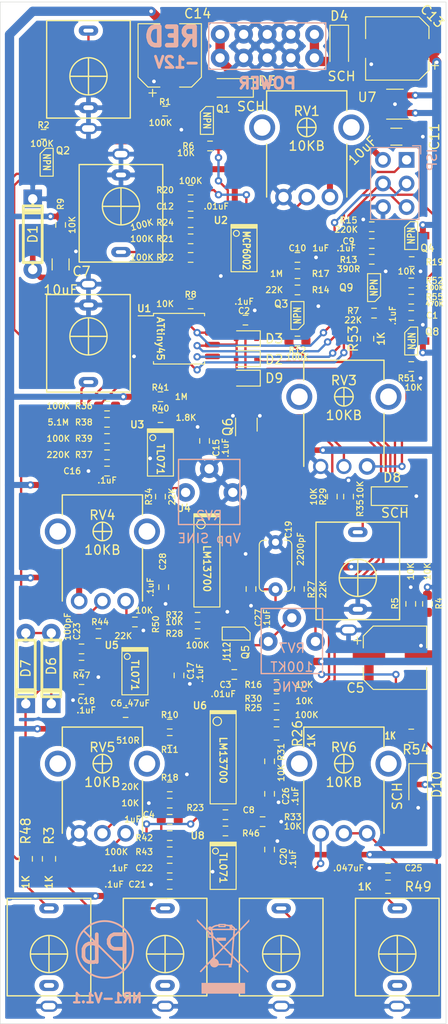
<source format=kicad_pcb>
(kicad_pcb (version 20171130) (host pcbnew "(5.1.10)-1")
  (layers (0 F.Cu signal) (31 B.Cu signal) (34 B.Paste user) (35 F.Paste user) (36 B.SilkS user) (37 F.SilkS user) (38 B.Mask user) (39 F.Mask user) (44 Edge.Cuts user))
  (net 0 "")
  (net 1 GND)
  (net 2 +12V)
  (net 3 +5V)
  (net 4 +6V)
  (net 5 sine)
  (net 6 "Net-(C6-Pad1)")
  (net 7 -5V)
  (net 8 "Net-(C9-Pad1)")
  (net 9 "Net-(C10-Pad1)")
  (net 10 "Net-(C12-Pad2)")
  (net 11 decayPin)
  (net 12 -12V)
  (net 13 "Net-(C19-Pad1)")
  (net 14 "Net-(C22-Pad2)")
  (net 15 noiseDrum)
  (net 16 "Net-(C23-Pad2)")
  (net 17 "Net-(C25-Pad1)")
  (net 18 pulsePin)
  (net 19 "Net-(D2-Pad1)")
  (net 20 "Net-(D4-Pad2)")
  (net 21 "Net-(D5-Pad1)")
  (net 22 "Net-(D6-Pad2)")
  (net 23 "Net-(J1-PadT)")
  (net 24 "Net-(J2-PadTN)")
  (net 25 "Net-(J2-PadT)")
  (net 26 trigPin)
  (net 27 pwmPin)
  (net 28 RST)
  (net 29 "Net-(J4-PadT)")
  (net 30 "Net-(J6-PadT)")
  (net 31 "Net-(J7-PadT)")
  (net 32 "Net-(J8-PadTN)")
  (net 33 "Net-(J8-PadT)")
  (net 34 "Net-(J9-PadTN)")
  (net 35 "Net-(J9-PadT)")
  (net 36 "Net-(Q1-PadB)")
  (net 37 "Net-(Q2-PadB)")
  (net 38 "Net-(Q3-PadB)")
  (net 39 "Net-(Q3-PadC)")
  (net 40 env2)
  (net 41 Iexpo)
  (net 42 noisePin)
  (net 43 "Net-(R10-Pad1)")
  (net 44 "Net-(R16-Pad2)")
  (net 45 env1)
  (net 46 "Net-(R18-Pad1)")
  (net 47 "Net-(R20-Pad2)")
  (net 48 sineDrum)
  (net 49 "Net-(R25-Pad1)")
  (net 50 "Net-(R29-Pad2)")
  (net 51 "Net-(R30-Pad2)")
  (net 52 "Net-(R31-Pad1)")
  (net 53 triangle)
  (net 54 "Net-(R34-Pad1)")
  (net 55 "Net-(R35-Pad1)")
  (net 56 "Net-(R36-Pad2)")
  (net 57 "Net-(R36-Pad1)")
  (net 58 "Net-(R37-Pad2)")
  (net 59 "Net-(U3-Pad1)")
  (net 60 "Net-(U3-Pad5)")
  (net 61 "Net-(U3-Pad8)")
  (net 62 "Net-(U4-Pad2)")
  (net 63 "Net-(U4-Pad15)")
  (net 64 "Net-(U6-Pad2)")
  (net 65 "Net-(U6-Pad15)")
  (net 66 "Net-(U7-Pad4)")
  (net 67 "Net-(Q5-PadG)")
  (net 68 "Net-(U5-Pad1)")
  (net 69 "Net-(U5-Pad5)")
  (net 70 "Net-(U5-Pad8)")
  (net 71 "Net-(U8-Pad1)")
  (net 72 "Net-(U8-Pad5)")
  (net 73 "Net-(U8-Pad8)")
  (net 74 "Net-(R34-Pad2)")
  (net 75 "Net-(U4-Pad7)")
  (net 76 "Net-(U4-Pad8)")
  (net 77 texture)
  (net 78 "Net-(R50-Pad1)")
  (net 79 "Net-(Q2-PadE)")
  (net 80 env3)
  (net 81 "Net-(C1-Pad1)")
  (net 82 "Net-(C3-Pad1)")
  (net 83 "Net-(D9-Pad1)")
  (net 84 "Net-(Q9-PadB)")
  (net 85 "Net-(Q9-PadC)")
  (net 86 "Net-(J10-PadTN)")
  (net 87 "Net-(J10-PadT)")
  (net 88 "Net-(Q6-Pad2)")
  (net 89 "Net-(Q6-Pad1)")
  (net 90 "Net-(C4-Pad2)")
  (net 91 "Net-(C8-Pad2)")
  (net 92 "Net-(C8-Pad1)")
  (net 93 "Net-(R27-Pad1)")
  (module user_footprints:C_THT_Kemet_Goldmax_C322 (layer F.Cu) (at 29.64 -49.3 90)
    (fp_text reference C19 (at 3.9 1.4 90) (layer F.SilkS) (effects (font (size 0.65 0.65) (thickness 0.125))))
    (fp_text value 2200pF (at 1.8 2.7 90) (layer F.SilkS) (effects (font (size 0.65 0.65) (thickness 0.125))))
    (pad 2 thru_hole circle (at 2.54 0 90) (size 1.524 1.524) (drill 0.762) (layers *.Cu *.Mask) (net 1 GND))
    (pad 1 thru_hole circle (at -2.54 0 90) (size 1.524 1.524) (drill 0.762) (layers *.Cu *.Mask) (net 13 "Net-(C19-Pad1)"))
  )
  (module user_footprints:TRIM_3362P (layer B.Cu) (at 31.4 -41.2 180)
    (fp_text reference RV7 (at 0 -0.762) (layer B.SilkS) (effects (justify mirror)))
    (fp_text value 100KT (at 0 -2.794) (layer B.SilkS) (effects (justify mirror)))
    (pad 3 thru_hole circle (at 2.54 -0.0514 180) (size 2 2) (drill 1) (layers *.Cu *.Mask) (net 67 "Net-(Q5-PadG)"))
    (pad 2 thru_hole circle (at 0 2.4886 180) (size 2 2) (drill 1) (layers *.Cu *.Mask) (net 67 "Net-(Q5-PadG)"))
    (pad 1 thru_hole circle (at -2.54 -0.0514 180) (size 2 2) (drill 1) (layers *.Cu *.Mask) (net 93 "Net-(R27-Pad1)"))
  )
  (module user_footprints:SM0603 (layer F.Cu) (at 32.2 -46.8 90)
    (fp_text reference R27 (at -0.05 1.3 90) (layer F.SilkS) (effects (font (size 0.65 0.65) (thickness 0.125))))
    (fp_text value 22K (at -0.05 2.55 90) (layer F.SilkS) (effects (font (size 0.65 0.65) (thickness 0.125))))
    (pad 2 smd roundrect (at 0.9125 0 90) (size 0.975 0.95) (layers F.Cu F.Paste F.Mask) (net 18 pulsePin))
    (pad 1 smd roundrect (at -0.9125 0 90) (size 0.975 0.95) (layers F.Cu F.Paste F.Mask) (net 93 "Net-(R27-Pad1)"))
  )
  (module user_footprints:AudioJack_QuPing_Pushfit (layer F.Cu) (at 38.5 -48)
    (fp_text reference J6 hide)
    (fp_text value NUDGE hide)
    (pad S thru_hole oval (at -1 5.6205) (size 1.9 1.2) (drill oval 1.4 0.7) (layers *.Cu *.Mask) (net 1 GND))
    (pad TN thru_hole oval (at 0 3.38) (size 2.1 1.2) (drill oval 1.1 0.5) (layers *.Cu *.Mask) (net 1 GND))
    (pad T thru_hole oval (at 0 -4.92) (size 2.1 1.1) (drill oval 1.1 0.4) (layers *.Cu *.Mask) (net 30 "Net-(J6-PadT)"))
  )
  (module user_footprints:SM0603 (layer F.Cu) (at 28.25 -21.75)
    (fp_text reference R33 (at 3.25 -0.5) (layer F.SilkS) (effects (font (size 0.65 0.65) (thickness 0.125))))
    (fp_text value 10K (at 3.25 0.5) (layer F.SilkS) (effects (font (size 0.65 0.65) (thickness 0.125))))
    (pad 2 smd roundrect (at 0.9125 0) (size 0.975 0.95) (layers F.Cu F.Paste F.Mask) (net 1 GND))
    (pad 1 smd roundrect (at -0.9125 0) (size 0.975 0.95) (layers F.Cu F.Paste F.Mask) (net 14 "Net-(C22-Pad2)"))
  )
  (module user_footprints:POT_9mm_metal (layer F.Cu) (at 37 -28)
    (fp_text reference RV6 (at 0 -1.75) (layer F.SilkS))
    (fp_text value 10KB (at 0 2) (layer F.SilkS))
    (pad "" thru_hole circle (at -4.8 0.002) (size 2.8 2.8) (drill 1.8) (layers *.Cu *.Mask))
    (pad "" thru_hole circle (at 4.8 0.002) (size 2.8 2.8) (drill 1.8) (layers *.Cu *.Mask))
    (pad 1 thru_hole circle (at -2.5 7.502) (size 1.8 1.8) (drill 1.1) (layers *.Cu *.Mask) (net 92 "Net-(C8-Pad1)"))
    (pad 3 thru_hole circle (at 2.5 7.502) (size 1.8 1.8) (drill 1.1) (layers *.Cu *.Mask) (net 17 "Net-(C25-Pad1)"))
    (pad 2 thru_hole circle (at 0 7.502) (size 1.8 1.8) (drill 1.1) (layers *.Cu *.Mask) (net 17 "Net-(C25-Pad1)"))
  )
  (module user_footprints:SM0603 (layer F.Cu) (at 17.6 -47 270)
    (fp_text reference C28 (at -2.75 0.1 90) (layer F.SilkS) (effects (font (size 0.65 0.65) (thickness 0.125))))
    (fp_text value .1uF (at 0 1.43 90) (layer F.SilkS) (effects (font (size 0.65 0.65) (thickness 0.125))))
    (pad 2 smd roundrect (at 0.9125 0 270) (size 0.975 0.95) (layers F.Cu F.Paste F.Mask) (net 1 GND))
    (pad 1 smd roundrect (at -0.9125 0 270) (size 0.975 0.95) (layers F.Cu F.Paste F.Mask) (net 12 -12V))
  )
  (module user_footprints:SM0603 (layer F.Cu) (at 27 -46.8 270)
    (fp_text reference C27 (at 3.1 -0.8 90) (layer F.SilkS) (effects (font (size 0.65 0.65) (thickness 0.125))))
    (fp_text value .1uF (at 3.2 -1.7 270) (layer F.SilkS) (effects (font (size 0.65 0.65) (thickness 0.125))))
    (pad 2 smd roundrect (at 0.9125 0 270) (size 0.975 0.95) (layers F.Cu F.Paste F.Mask) (net 1 GND))
    (pad 1 smd roundrect (at -0.9125 0 270) (size 0.975 0.95) (layers F.Cu F.Paste F.Mask) (net 2 +12V))
  )
  (module user_footprints:SM0603 (layer F.Cu) (at 29 -24.75 270)
    (fp_text reference C26 (at 0.25 -1.75 90) (layer F.SilkS) (effects (font (size 0.65 0.65) (thickness 0.125))))
    (fp_text value .1uF (at 0.25 -2.75 90) (layer F.SilkS) (effects (font (size 0.65 0.65) (thickness 0.125))))
    (pad 2 smd roundrect (at 0.9125 0 270) (size 0.975 0.95) (layers F.Cu F.Paste F.Mask) (net 1 GND))
    (pad 1 smd roundrect (at -0.9125 0 270) (size 0.975 0.95) (layers F.Cu F.Paste F.Mask) (net 2 +12V))
  )
  (module user_footprints:SM0603 (layer F.Cu) (at 24.25 -22.5 180)
    (fp_text reference C8 (at -2.5 0.5) (layer F.SilkS) (effects (font (size 0.65 0.65) (thickness 0.125))))
    (fp_text value 100pF hide)
    (pad 2 smd roundrect (at 0.9125 0 180) (size 0.975 0.95) (layers F.Cu F.Paste F.Mask) (net 91 "Net-(C8-Pad2)"))
    (pad 1 smd roundrect (at -0.9125 0 180) (size 0.975 0.95) (layers F.Cu F.Paste F.Mask) (net 92 "Net-(C8-Pad1)"))
  )
  (module user_footprints:SM0603 (layer F.Cu) (at 18.25 -22)
    (fp_text reference C4 (at -2.25 -0.5) (layer F.SilkS) (effects (font (size 0.65 0.65) (thickness 0.125))))
    (fp_text value 1uF (at -4 0) (layer F.SilkS) (effects (font (size 0.65 0.65) (thickness 0.125))))
    (pad 2 smd roundrect (at 0.9125 0) (size 0.975 0.95) (layers F.Cu F.Paste F.Mask) (net 90 "Net-(C4-Pad2)"))
    (pad 1 smd roundrect (at -0.9125 0) (size 0.975 0.95) (layers F.Cu F.Paste F.Mask) (net 48 sineDrum))
  )
  (module Capacitor_SMD:CP_Elec_6.3x5.4 (layer F.Cu) (at 18.25 -104.25 90)
    (fp_text reference C14 (at 4.5 3 180) (layer F.SilkS))
    (fp_text value 100uF)
    (pad 2 smd roundrect (at 2.8 0 90) (size 3.5 1.6) (layers F.Cu F.Paste F.Mask) (roundrect_rratio 0.15625) (net 12 -12V))
    (pad 1 smd roundrect (at -2.8 0 90) (size 3.5 1.6) (layers F.Cu F.Paste F.Mask) (roundrect_rratio 0.15625) (net 1 GND))
  )
  (module Capacitor_SMD:CP_Elec_6.3x5.4 (layer F.Cu) (at 42.75 -105 180)
    (fp_text reference C13 (at -3.75 3.5 135) (layer F.SilkS))
    (fp_text value 100uF)
    (pad 2 smd roundrect (at 2.8 0 180) (size 3.5 1.6) (layers F.Cu F.Paste F.Mask) (roundrect_rratio 0.15625) (net 1 GND))
    (pad 1 smd roundrect (at -2.8 0 180) (size 3.5 1.6) (layers F.Cu F.Paste F.Mask) (roundrect_rratio 0.15625) (net 2 +12V))
  )
  (module Capacitor_SMD:CP_Elec_6.3x5.4 (layer F.Cu) (at 42.5 -39.4)
    (fp_text reference C5 (at -4.25 3.25) (layer F.SilkS))
    (fp_text value 100uF)
    (pad 2 smd roundrect (at 2.8 0) (size 3.5 1.6) (layers F.Cu F.Paste F.Mask) (roundrect_rratio 0.15625) (net 1 GND))
    (pad 1 smd roundrect (at -2.8 0) (size 3.5 1.6) (layers F.Cu F.Paste F.Mask) (roundrect_rratio 0.15625) (net 4 +6V))
  )
  (module user_footprints:SM0603 (layer F.Cu) (at 44.25 -78)
    (fp_text reference R55 (at 2.5 -0.25) (layer F.SilkS) (effects (font (size 0.65 0.65) (thickness 0.125))))
    (fp_text value 470K (at 2.5 0.5) (layer F.SilkS) (effects (font (size 0.5 0.5) (thickness 0.125))))
    (pad 2 smd roundrect (at 0.9125 0) (size 0.975 0.95) (layers F.Cu F.Paste F.Mask) (net 1 GND))
    (pad 1 smd roundrect (at -0.9125 0) (size 0.975 0.95) (layers F.Cu F.Paste F.Mask) (net 81 "Net-(C1-Pad1)"))
  )
  (module Diode_SMD:D_SOD-323F (layer F.Cu) (at 26.5 -69.5 180)
    (fp_text reference D9 (at -3 0) (layer F.SilkS))
    (fp_text value GEN hide)
    (pad 2 smd rect (at 1.1 0 180) (size 0.5 0.5) (layers F.Cu F.Paste F.Mask) (net 18 pulsePin))
    (pad 1 smd rect (at -1.1 0 180) (size 0.5 0.5) (layers F.Cu F.Paste F.Mask) (net 83 "Net-(D9-Pad1)"))
  )
  (module Diode_SMD:D_SOD-323F (layer F.Cu) (at 26.5 -73.75 180)
    (fp_text reference D3 (at -3 0) (layer F.SilkS))
    (fp_text value GEN hide)
    (pad 2 smd rect (at 1.1 0 180) (size 0.5 0.5) (layers F.Cu F.Paste F.Mask) (net 18 pulsePin))
    (pad 1 smd rect (at -1.1 0 180) (size 0.5 0.5) (layers F.Cu F.Paste F.Mask) (net 9 "Net-(C10-Pad1)"))
  )
  (module Diode_SMD:D_SOD-323F (layer F.Cu) (at 26.5 -71.6 180)
    (fp_text reference D2 (at -3 -0.1) (layer F.SilkS))
    (fp_text value GEN hide)
    (pad 2 smd rect (at 1.1 0 180) (size 0.5 0.5) (layers F.Cu F.Paste F.Mask) (net 18 pulsePin))
    (pad 1 smd rect (at -1.1 0 180) (size 0.5 0.5) (layers F.Cu F.Paste F.Mask) (net 19 "Net-(D2-Pad1)"))
  )
  (module Diode_SMD:D_SOD-123 (layer F.Cu) (at 45 -25.75 270)
    (fp_text reference D10 (at 0 -2 90) (layer F.SilkS))
    (fp_text value SCH (at 1.25 2.25 90) (layer F.SilkS))
    (pad 2 smd rect (at 1.65 0 270) (size 0.9 1.2) (layers F.Cu F.Paste F.Mask) (net 1 GND))
    (pad 1 smd rect (at -1.65 0 270) (size 0.9 1.2) (layers F.Cu F.Paste F.Mask) (net 45 env1))
  )
  (module Diode_SMD:D_SOD-123 (layer F.Cu) (at 42.2 -56.8)
    (fp_text reference D8 (at 0 -2) (layer F.SilkS))
    (fp_text value SCH (at 0.3 1.8) (layer F.SilkS))
    (pad 2 smd rect (at 1.65 0) (size 0.9 1.2) (layers F.Cu F.Paste F.Mask) (net 1 GND))
    (pad 1 smd rect (at -1.65 0) (size 0.9 1.2) (layers F.Cu F.Paste F.Mask) (net 18 pulsePin))
  )
  (module Diode_SMD:D_SOD-123 (layer F.Cu) (at 25 -100.75 180)
    (fp_text reference D5 (at -3.75 0.75) (layer F.SilkS))
    (fp_text value SCH (at -2 -2) (layer F.SilkS))
    (pad 2 smd rect (at 1.65 0 180) (size 0.9 1.2) (layers F.Cu F.Paste F.Mask) (net 12 -12V))
    (pad 1 smd rect (at -1.65 0 180) (size 0.9 1.2) (layers F.Cu F.Paste F.Mask) (net 21 "Net-(D5-Pad1)"))
  )
  (module Diode_SMD:D_SOD-123 (layer F.Cu) (at 36.5 -105.25 270)
    (fp_text reference D4 (at -3.25 0 180) (layer F.SilkS))
    (fp_text value SCH (at 3.25 -0.25 180) (layer F.SilkS))
    (pad 2 smd rect (at 1.65 0 270) (size 0.9 1.2) (layers F.Cu F.Paste F.Mask) (net 20 "Net-(D4-Pad2)"))
    (pad 1 smd rect (at -1.65 0 270) (size 0.9 1.2) (layers F.Cu F.Paste F.Mask) (net 2 +12V))
  )
  (module Package_TO_SOT_SMD:SOT-363_SC-70-6 (layer F.Cu) (at 26.5 -64.5 90)
    (fp_text reference Q6 (at -0.25 -2 270) (layer F.SilkS))
    (fp_text value BC847BPN)
    (pad 6 smd rect (at 0.95 -0.65 90) (size 0.65 0.4) (layers F.Cu F.Paste F.Mask) (net 1 GND))
    (pad 4 smd rect (at 0.95 0.65 90) (size 0.65 0.4) (layers F.Cu F.Paste F.Mask) (net 1 GND))
    (pad 2 smd rect (at -0.95 0 90) (size 0.65 0.4) (layers F.Cu F.Paste F.Mask) (net 88 "Net-(Q6-Pad2)"))
    (pad 5 smd rect (at 0.95 0 90) (size 0.65 0.4) (layers F.Cu F.Paste F.Mask) (net 89 "Net-(Q6-Pad1)"))
    (pad 3 smd rect (at -0.95 0.65 90) (size 0.65 0.4) (layers F.Cu F.Paste F.Mask) (net 41 Iexpo))
    (pad 1 smd rect (at -0.95 -0.65 90) (size 0.65 0.4) (layers F.Cu F.Paste F.Mask) (net 89 "Net-(Q6-Pad1)"))
  )
  (module user_footprints:Pb_Free (layer B.Cu) (at 11.25 -8)
    (fp_text reference REF** hide)
    (fp_text value Pb_Free hide)
    (fp_text user Pb (at 0 0) (layer B.SilkS) (effects (font (size 3 3) (thickness 0.4)) (justify mirror)))
  )
  (module Symbol:WEEE-Logo_5.6x8mm_SilkScreen (layer B.Cu) (at 24 -7.25 180)
    (fp_text reference REF** hide)
    (fp_text value WEEE-Logo_5.6x8mm_SilkScreen hide)
  )
  (module Package_SO:SOP-8_5.28x5.23mm_P1.27mm (layer F.Cu) (at 19.25 -73.75)
    (fp_text reference U1 (at -3.75 -3.25 180) (layer F.SilkS) (effects (font (size 0.7493 0.7493) (thickness 0.14986))))
    (fp_text value ATtiny45 (at -2 0 270 unlocked) (layer F.SilkS) (effects (font (size 0.7493 0.7493) (thickness 0.14986))))
    (pad 8 smd roundrect (at 3.6 -1.905) (size 1.6 0.6) (layers F.Cu F.Paste F.Mask) (net 3 +5V))
    (pad 7 smd roundrect (at 3.6 -0.635) (size 1.6 0.6) (layers F.Cu F.Paste F.Mask) (net 26 trigPin))
    (pad 6 smd roundrect (at 3.6 0.635) (size 1.6 0.6) (layers F.Cu F.Paste F.Mask) (net 18 pulsePin))
    (pad 5 smd roundrect (at 3.6 1.905) (size 1.6 0.6) (layers F.Cu F.Paste F.Mask) (net 27 pwmPin))
    (pad 4 smd roundrect (at -3.6 1.905) (size 1.6 0.6) (layers F.Cu F.Paste F.Mask) (net 1 GND))
    (pad 3 smd roundrect (at -3.6 0.635) (size 1.6 0.6) (layers F.Cu F.Paste F.Mask) (net 42 noisePin))
    (pad 2 smd roundrect (at -3.6 -0.635) (size 1.6 0.6) (layers F.Cu F.Paste F.Mask) (net 11 decayPin))
    (pad 1 smd roundrect (at -3.6 -1.905) (size 1.6 0.6) (layers F.Cu F.Paste F.Mask) (net 28 RST))
  )
  (module user_footprints:SM0603 (layer F.Cu) (at 40 -84 180)
    (fp_text reference C9 (at 2.5 0.25) (layer F.SilkS) (effects (font (size 0.65 0.65) (thickness 0.125))))
    (fp_text value .1uF (at 2.75 -0.5) (layer F.SilkS) (effects (font (size 0.65 0.65) (thickness 0.125))))
    (pad 2 smd roundrect (at 0.9125 0 180) (size 0.975 0.95) (layers F.Cu F.Paste F.Mask) (net 1 GND))
    (pad 1 smd roundrect (at -0.9125 0 180) (size 0.975 0.95) (layers F.Cu F.Paste F.Mask) (net 8 "Net-(C9-Pad1)"))
  )
  (module user_footprints:SM0603 (layer F.Cu) (at 40 -82.3 180)
    (fp_text reference R13 (at 2.5 -0.05) (layer F.SilkS) (effects (font (size 0.65 0.65) (thickness 0.125))))
    (fp_text value 390R (at 2.5 -1.05) (layer F.SilkS) (effects (font (size 0.65 0.65) (thickness 0.125))))
    (pad 2 smd roundrect (at 0.9125 0 180) (size 0.975 0.95) (layers F.Cu F.Paste F.Mask) (net 19 "Net-(D2-Pad1)"))
    (pad 1 smd roundrect (at -0.9125 0 180) (size 0.975 0.95) (layers F.Cu F.Paste F.Mask) (net 8 "Net-(C9-Pad1)"))
  )
  (module user_footprints:SM0603 (layer F.Cu) (at 40 -85.8)
    (fp_text reference R15 (at -2.5 -0.7) (layer F.SilkS) (effects (font (size 0.65 0.65) (thickness 0.125))))
    (fp_text value 220K (at -2.75 0.3) (layer F.SilkS) (effects (font (size 0.65 0.65) (thickness 0.125))))
    (pad 2 smd roundrect (at 0.9125 0) (size 0.975 0.95) (layers F.Cu F.Paste F.Mask) (net 8 "Net-(C9-Pad1)"))
    (pad 1 smd roundrect (at -0.9125 0) (size 0.975 0.95) (layers F.Cu F.Paste F.Mask) (net 1 GND))
  )
  (module user_footprints:SM0603 (layer F.Cu) (at 44.3 -82.05 180)
    (fp_text reference R19 (at -2.45 -0.05) (layer F.SilkS) (effects (font (size 0.65 0.65) (thickness 0.125))))
    (fp_text value 10K (at 0.55 -1.05) (layer F.SilkS) (effects (font (size 0.65 0.65) (thickness 0.125))))
    (pad 2 smd roundrect (at 0.9125 0 180) (size 0.975 0.95) (layers F.Cu F.Paste F.Mask) (net 40 env2))
    (pad 1 smd roundrect (at -0.9125 0 180) (size 0.975 0.95) (layers F.Cu F.Paste F.Mask) (net 1 GND))
  )
  (module user_footprints:SM0603 (layer F.Cu) (at 25.2 -37.6 180)
    (fp_text reference C3 (at 0.95 -1.1) (layer F.SilkS) (effects (font (size 0.65 0.65) (thickness 0.125))))
    (fp_text value .01uF (at 1.2 -2.1) (layer F.SilkS) (effects (font (size 0.65 0.65) (thickness 0.125))))
    (pad 2 smd roundrect (at 0.9125 0 180) (size 0.975 0.95) (layers F.Cu F.Paste F.Mask) (net 77 texture))
    (pad 1 smd roundrect (at -0.9125 0 180) (size 0.975 0.95) (layers F.Cu F.Paste F.Mask) (net 82 "Net-(C3-Pad1)"))
  )
  (module user_footprints:SM0603 (layer F.Cu) (at 44.25 -79.75)
    (fp_text reference R52 (at 2.5 -0.25) (layer F.SilkS) (effects (font (size 0.65 0.65) (thickness 0.125))))
    (fp_text value 100K (at 2.5 0.5) (layer F.SilkS) (effects (font (size 0.5 0.5) (thickness 0.125))))
    (pad 2 smd roundrect (at 0.9125 0) (size 0.975 0.95) (layers F.Cu F.Paste F.Mask) (net 27 pwmPin))
    (pad 1 smd roundrect (at -0.9125 0) (size 0.975 0.95) (layers F.Cu F.Paste F.Mask) (net 84 "Net-(Q9-PadB)"))
  )
  (module user_footprints:SM0603 (layer F.Cu) (at 44.25 -70.75)
    (fp_text reference R51 (at -0.5 1.25) (layer F.SilkS) (effects (font (size 0.65 0.65) (thickness 0.125))))
    (fp_text value 10K (at 0.25 2.25) (layer F.SilkS) (effects (font (size 0.65 0.65) (thickness 0.125))))
    (pad 2 smd roundrect (at 0.9125 0) (size 0.975 0.95) (layers F.Cu F.Paste F.Mask) (net 1 GND))
    (pad 1 smd roundrect (at -0.9125 0) (size 0.975 0.95) (layers F.Cu F.Paste F.Mask) (net 80 env3))
  )
  (module user_footprints:SM0603 (layer F.Cu) (at 40.25 -76.5)
    (fp_text reference R7 (at -2.25 -0.25) (layer F.SilkS) (effects (font (size 0.65 0.65) (thickness 0.125))))
    (fp_text value 22K (at -2.25 0.75) (layer F.SilkS) (effects (font (size 0.65 0.65) (thickness 0.125))))
    (pad 2 smd roundrect (at 0.9125 0) (size 0.975 0.95) (layers F.Cu F.Paste F.Mask) (net 85 "Net-(Q9-PadC)"))
    (pad 1 smd roundrect (at -0.9125 0) (size 0.975 0.95) (layers F.Cu F.Paste F.Mask) (net 81 "Net-(C1-Pad1)"))
  )
  (module user_footprints:SM0603 (layer F.Cu) (at 44.25 -76.25)
    (fp_text reference C1 (at 2.25 0) (layer F.SilkS) (effects (font (size 0.65 0.65) (thickness 0.125))))
    (fp_text value .1uF (at -2 0 90) (layer F.SilkS) (effects (font (size 0.65 0.65) (thickness 0.125))))
    (pad 2 smd roundrect (at 0.9125 0) (size 0.975 0.95) (layers F.Cu F.Paste F.Mask) (net 1 GND))
    (pad 1 smd roundrect (at -0.9125 0) (size 0.975 0.95) (layers F.Cu F.Paste F.Mask) (net 81 "Net-(C1-Pad1)"))
  )
  (module user_footprints:SM0603 (layer F.Cu) (at 14.5 -43.25)
    (fp_text reference R50 (at 2.25 0.25 90) (layer F.SilkS) (effects (font (size 0.65 0.65) (thickness 0.125))))
    (fp_text value 10K (at 1 -1.25) (layer F.SilkS) (effects (font (size 0.65 0.65) (thickness 0.125))))
    (pad 2 smd roundrect (at 0.9125 0) (size 0.975 0.95) (layers F.Cu F.Paste F.Mask) (net 1 GND))
    (pad 1 smd roundrect (at -0.9125 0) (size 0.975 0.95) (layers F.Cu F.Paste F.Mask) (net 78 "Net-(R50-Pad1)"))
  )
  (module user_footprints:SM0603 (layer F.Cu) (at 4.6625 -95.75)
    (fp_text reference R2 (at 0 -1) (layer F.SilkS) (effects (font (size 0.65 0.65) (thickness 0.125))))
    (fp_text value 100K (at -0.1625 1) (layer F.SilkS) (effects (font (size 0.65 0.65) (thickness 0.125))))
    (pad 2 smd roundrect (at 0.9125 0) (size 0.975 0.95) (layers F.Cu F.Paste F.Mask) (net 42 noisePin))
    (pad 1 smd roundrect (at -0.9125 0) (size 0.975 0.95) (layers F.Cu F.Paste F.Mask) (net 37 "Net-(Q2-PadB)"))
  )
  (module user_footprints:SM0603 (layer F.Cu) (at 22 -62.75 90)
    (fp_text reference C15 (at -0.75 1.25 90) (layer F.SilkS) (effects (font (size 0.65 0.65) (thickness 0.125))))
    (fp_text value .1uF (at -0.75 2.25 90) (layer F.SilkS) (effects (font (size 0.65 0.65) (thickness 0.125))))
    (pad 2 smd roundrect (at 0.9125 0 90) (size 0.975 0.95) (layers F.Cu F.Paste F.Mask) (net 1 GND))
    (pad 1 smd roundrect (at -0.9125 0 90) (size 0.975 0.95) (layers F.Cu F.Paste F.Mask) (net 2 +12V))
  )
  (module user_footprints:SM0603 (layer F.Cu) (at 29.75 -35 180)
    (fp_text reference R30 (at 2.5 0) (layer F.SilkS) (effects (font (size 0.65 0.65) (thickness 0.125))))
    (fp_text value 10K (at -3 -0.25) (layer F.SilkS) (effects (font (size 0.65 0.65) (thickness 0.125))))
    (pad 2 smd roundrect (at 0.9125 0 180) (size 0.975 0.95) (layers F.Cu F.Paste F.Mask) (net 51 "Net-(R30-Pad2)"))
    (pad 1 smd roundrect (at -0.9125 0 180) (size 0.975 0.95) (layers F.Cu F.Paste F.Mask) (net 80 env3))
  )
  (module user_footprints:SM0603 (layer F.Cu) (at 26.4 -75.75)
    (fp_text reference C2 (at -0.15 -1) (layer F.SilkS) (effects (font (size 0.65 0.65) (thickness 0.125))))
    (fp_text value .1uF (at -0.15 -2) (layer F.SilkS) (effects (font (size 0.65 0.65) (thickness 0.125))))
    (pad 2 smd roundrect (at 0.9125 0) (size 0.975 0.95) (layers F.Cu F.Paste F.Mask) (net 1 GND))
    (pad 1 smd roundrect (at -0.9125 0) (size 0.975 0.95) (layers F.Cu F.Paste F.Mask) (net 3 +5V))
  )
  (module user_footprints:SM0603 (layer F.Cu) (at 13.5 -33.5 180)
    (fp_text reference C6 (at 1 1) (layer F.SilkS) (effects (font (size 0.65 0.65) (thickness 0.125))))
    (fp_text value .47uF (at -1.25 1) (layer F.SilkS) (effects (font (size 0.65 0.65) (thickness 0.125))))
    (pad 2 smd roundrect (at 0.9125 0 180) (size 0.975 0.95) (layers F.Cu F.Paste F.Mask) (net 5 sine))
    (pad 1 smd roundrect (at -0.9125 0 180) (size 0.975 0.95) (layers F.Cu F.Paste F.Mask) (net 6 "Net-(C6-Pad1)"))
  )
  (module user_footprints:SM0603 (layer F.Cu) (at 32 -82.5)
    (fp_text reference C10 (at 0 -1) (layer F.SilkS) (effects (font (size 0.65 0.65) (thickness 0.125))))
    (fp_text value 1uF (at 2.5 -1) (layer F.SilkS) (effects (font (size 0.65 0.65) (thickness 0.125))))
    (pad 2 smd roundrect (at 0.9125 0) (size 0.975 0.95) (layers F.Cu F.Paste F.Mask) (net 1 GND))
    (pad 1 smd roundrect (at -0.9125 0) (size 0.975 0.95) (layers F.Cu F.Paste F.Mask) (net 9 "Net-(C10-Pad1)"))
  )
  (module user_footprints:SM0603 (layer F.Cu) (at 20.5 -88 180)
    (fp_text reference C12 (at 2.75 0) (layer F.SilkS) (effects (font (size 0.65 0.65) (thickness 0.125))))
    (fp_text value .01uF (at -2.75 0 180) (layer F.SilkS) (effects (font (size 0.65 0.65) (thickness 0.125))))
    (pad 2 smd roundrect (at 0.9125 0 180) (size 0.975 0.95) (layers F.Cu F.Paste F.Mask) (net 10 "Net-(C12-Pad2)"))
    (pad 1 smd roundrect (at -0.9125 0 180) (size 0.975 0.95) (layers F.Cu F.Paste F.Mask) (net 11 decayPin))
  )
  (module user_footprints:SM0603 (layer F.Cu) (at 11.5 -59.5)
    (fp_text reference C16 (at -3.75 0) (layer F.SilkS) (effects (font (size 0.65 0.65) (thickness 0.125))))
    (fp_text value .1uF (at 0 1) (layer F.SilkS) (effects (font (size 0.65 0.65) (thickness 0.125))))
    (pad 2 smd roundrect (at 0.9125 0) (size 0.975 0.95) (layers F.Cu F.Paste F.Mask) (net 12 -12V))
    (pad 1 smd roundrect (at -0.9125 0) (size 0.975 0.95) (layers F.Cu F.Paste F.Mask) (net 1 GND))
  )
  (module user_footprints:SM0603 (layer F.Cu) (at 19.25 -37.5 270)
    (fp_text reference C17 (at -0.5 -1.25 90) (layer F.SilkS) (effects (font (size 0.65 0.65) (thickness 0.125))))
    (fp_text value .1uF (at -0.25 -2.25 90) (layer F.SilkS) (effects (font (size 0.65 0.65) (thickness 0.125))))
    (pad 2 smd roundrect (at 0.9125 0 270) (size 0.975 0.95) (layers F.Cu F.Paste F.Mask) (net 1 GND))
    (pad 1 smd roundrect (at -0.9125 0 270) (size 0.975 0.95) (layers F.Cu F.Paste F.Mask) (net 2 +12V))
  )
  (module user_footprints:SM0603 (layer F.Cu) (at 8.75 -36)
    (fp_text reference C18 (at 0.5 1.25) (layer F.SilkS) (effects (font (size 0.65 0.65) (thickness 0.125))))
    (fp_text value .1uF (at 0.5 2.25) (layer F.SilkS) (effects (font (size 0.65 0.65) (thickness 0.125))))
    (pad 2 smd roundrect (at 0.9125 0) (size 0.975 0.95) (layers F.Cu F.Paste F.Mask) (net 12 -12V))
    (pad 1 smd roundrect (at -0.9125 0) (size 0.975 0.95) (layers F.Cu F.Paste F.Mask) (net 1 GND))
  )
  (module user_footprints:SM0603 (layer F.Cu) (at 29 -18.75 90)
    (fp_text reference C20 (at -0.75 1.5 90) (layer F.SilkS) (effects (font (size 0.65 0.65) (thickness 0.125))))
    (fp_text value .1uF (at -1 2.5 90) (layer F.SilkS) (effects (font (size 0.65 0.65) (thickness 0.125))))
    (pad 2 smd roundrect (at 0.9125 0 90) (size 0.975 0.95) (layers F.Cu F.Paste F.Mask) (net 1 GND))
    (pad 1 smd roundrect (at -0.9125 0 90) (size 0.975 0.95) (layers F.Cu F.Paste F.Mask) (net 2 +12V))
  )
  (module user_footprints:SM0603 (layer F.Cu) (at 18.25 -15)
    (fp_text reference C21 (at -3.5 0) (layer F.SilkS) (effects (font (size 0.65 0.65) (thickness 0.125))))
    (fp_text value .1uF (at -6 0) (layer F.SilkS) (effects (font (size 0.65 0.65) (thickness 0.125))))
    (pad 2 smd roundrect (at 0.9125 0) (size 0.975 0.95) (layers F.Cu F.Paste F.Mask) (net 12 -12V))
    (pad 1 smd roundrect (at -0.9125 0) (size 0.975 0.95) (layers F.Cu F.Paste F.Mask) (net 1 GND))
  )
  (module user_footprints:SM0603 (layer F.Cu) (at 18.25 -16.75 180)
    (fp_text reference C22 (at 2.75 0) (layer F.SilkS) (effects (font (size 0.65 0.65) (thickness 0.125))))
    (fp_text value .1uF (at 5.5 0) (layer F.SilkS) (effects (font (size 0.65 0.65) (thickness 0.125))))
    (pad 2 smd roundrect (at 0.9125 0 180) (size 0.975 0.95) (layers F.Cu F.Paste F.Mask) (net 14 "Net-(C22-Pad2)"))
    (pad 1 smd roundrect (at -0.9125 0 180) (size 0.975 0.95) (layers F.Cu F.Paste F.Mask) (net 15 noiseDrum))
  )
  (module user_footprints:SM0603 (layer F.Cu) (at 8.75 -40.35)
    (fp_text reference C23 (at -0.5 -1.9 90) (layer F.SilkS) (effects (font (size 0.65 0.65) (thickness 0.125))))
    (fp_text value 100pF (at -1.5 -2.4 90) (layer F.SilkS) (effects (font (size 0.65 0.65) (thickness 0.125))))
    (pad 2 smd roundrect (at 0.9125 0) (size 0.975 0.95) (layers F.Cu F.Paste F.Mask) (net 16 "Net-(C23-Pad2)"))
    (pad 1 smd roundrect (at -0.9125 0) (size 0.975 0.95) (layers F.Cu F.Paste F.Mask) (net 5 sine))
  )
  (module user_footprints:SM0603 (layer F.Cu) (at 41.75 -16.75 180)
    (fp_text reference C25 (at -2.75 0) (layer F.SilkS) (effects (font (size 0.65 0.65) (thickness 0.125))))
    (fp_text value .047uF (at 4.25 0) (layer F.SilkS) (effects (font (size 0.65 0.65) (thickness 0.125))))
    (pad 2 smd roundrect (at 0.9125 0 180) (size 0.975 0.95) (layers F.Cu F.Paste F.Mask) (net 1 GND))
    (pad 1 smd roundrect (at -0.9125 0 180) (size 0.975 0.95) (layers F.Cu F.Paste F.Mask) (net 17 "Net-(C25-Pad1)"))
  )
  (module user_footprints:SM0603 (layer F.Cu) (at 17.75 -98.25 180)
    (fp_text reference R1 (at 0 1) (layer F.SilkS) (effects (font (size 0.65 0.65) (thickness 0.125))))
    (fp_text value 100K (at 0.5 -1.25) (layer F.SilkS) (effects (font (size 0.65 0.65) (thickness 0.125))))
    (pad 2 smd roundrect (at 0.9125 0 180) (size 0.975 0.95) (layers F.Cu F.Paste F.Mask) (net 23 "Net-(J1-PadT)"))
    (pad 1 smd roundrect (at -0.9125 0 180) (size 0.975 0.95) (layers F.Cu F.Paste F.Mask) (net 36 "Net-(Q1-PadB)"))
  )
  (module user_footprints:SM0603 (layer F.Cu) (at 46 -45.200001 270)
    (fp_text reference R4 (at -0.049999 -1.25 90) (layer F.SilkS) (effects (font (size 0.65 0.65) (thickness 0.125))))
    (fp_text value 10K (at -3.5 0 90) (layer F.SilkS) (effects (font (size 0.65 0.65) (thickness 0.125))))
    (pad 2 smd roundrect (at 0.9125 0 270) (size 0.975 0.95) (layers F.Cu F.Paste F.Mask) (net 4 +6V))
    (pad 1 smd roundrect (at -0.9125 0 270) (size 0.975 0.95) (layers F.Cu F.Paste F.Mask) (net 2 +12V))
  )
  (module user_footprints:SM0603 (layer F.Cu) (at 44.2 -45.2 90)
    (fp_text reference R5 (at 0.05 -1.7 90) (layer F.SilkS) (effects (font (size 0.65 0.65) (thickness 0.125))))
    (fp_text value 10K (at 3.5 0 90) (layer F.SilkS) (effects (font (size 0.65 0.65) (thickness 0.125))))
    (pad 2 smd roundrect (at 0.9125 0 90) (size 0.975 0.95) (layers F.Cu F.Paste F.Mask) (net 1 GND))
    (pad 1 smd roundrect (at -0.9125 0 90) (size 0.975 0.95) (layers F.Cu F.Paste F.Mask) (net 4 +6V))
  )
  (module user_footprints:SM0603 (layer F.Cu) (at 22.5875 -94.5 180)
    (fp_text reference R6 (at 2.3375 0) (layer F.SilkS) (effects (font (size 0.65 0.65) (thickness 0.125))))
    (fp_text value 10K (at 2.5875 -0.75) (layer F.SilkS) (effects (font (size 0.65 0.65) (thickness 0.125))))
    (pad 2 smd roundrect (at 0.9125 0 180) (size 0.975 0.95) (layers F.Cu F.Paste F.Mask) (net 3 +5V))
    (pad 1 smd roundrect (at -0.9125 0 180) (size 0.975 0.95) (layers F.Cu F.Paste F.Mask) (net 26 trigPin))
  )
  (module user_footprints:SM0603 (layer F.Cu) (at 20.5 -77.5)
    (fp_text reference R8 (at 0 -1) (layer F.SilkS) (effects (font (size 0.65 0.65) (thickness 0.125))))
    (fp_text value 10K (at -2.75 0) (layer F.SilkS) (effects (font (size 0.65 0.65) (thickness 0.125))))
    (pad 2 smd roundrect (at 0.9125 0) (size 0.975 0.95) (layers F.Cu F.Paste F.Mask) (net 3 +5V))
    (pad 1 smd roundrect (at -0.9125 0) (size 0.975 0.95) (layers F.Cu F.Paste F.Mask) (net 28 RST))
  )
  (module user_footprints:SM0603 (layer F.Cu) (at 6.5 -86 270)
    (fp_text reference R9 (at -2.25 0 90) (layer F.SilkS) (effects (font (size 0.65 0.65) (thickness 0.125))))
    (fp_text value 10K (at 0 -1.25 90) (layer F.SilkS) (effects (font (size 0.65 0.65) (thickness 0.125))))
    (pad 2 smd roundrect (at 0.9125 0 270) (size 0.975 0.95) (layers F.Cu F.Paste F.Mask) (net 7 -5V))
    (pad 1 smd roundrect (at -0.9125 0 270) (size 0.975 0.95) (layers F.Cu F.Paste F.Mask) (net 12 -12V))
  )
  (module user_footprints:SM0603 (layer F.Cu) (at 18.25 -32.25 180)
    (fp_text reference R10 (at 0 1) (layer F.SilkS) (effects (font (size 0.65 0.65) (thickness 0.125))))
    (fp_text value 100K hide)
    (pad 2 smd roundrect (at 0.9125 0 180) (size 0.975 0.95) (layers F.Cu F.Paste F.Mask) (net 6 "Net-(C6-Pad1)"))
    (pad 1 smd roundrect (at -0.9125 0 180) (size 0.975 0.95) (layers F.Cu F.Paste F.Mask) (net 43 "Net-(R10-Pad1)"))
  )
  (module user_footprints:SM0603 (layer F.Cu) (at 18.25 -30.5)
    (fp_text reference R11 (at 0 1) (layer F.SilkS) (effects (font (size 0.65 0.65) (thickness 0.125))))
    (fp_text value 510R (at -4.5 0) (layer F.SilkS) (effects (font (size 0.65 0.65) (thickness 0.125))))
    (pad 2 smd roundrect (at 0.9125 0) (size 0.975 0.95) (layers F.Cu F.Paste F.Mask) (net 43 "Net-(R10-Pad1)"))
    (pad 1 smd roundrect (at -0.9125 0) (size 0.975 0.95) (layers F.Cu F.Paste F.Mask) (net 4 +6V))
  )
  (module user_footprints:SM0603 (layer F.Cu) (at 32 -73.5 180)
    (fp_text reference R12 (at 0 -1) (layer F.SilkS) (effects (font (size 0.65 0.65) (thickness 0.125))))
    (fp_text value 100K (at 0 -1.75) (layer F.SilkS) (effects (font (size 0.65 0.65) (thickness 0.125))))
    (pad 2 smd roundrect (at 0.9125 0 180) (size 0.975 0.95) (layers F.Cu F.Paste F.Mask) (net 27 pwmPin))
    (pad 1 smd roundrect (at -0.9125 0 180) (size 0.975 0.95) (layers F.Cu F.Paste F.Mask) (net 38 "Net-(Q3-PadB)"))
  )
  (module user_footprints:SM0603 (layer F.Cu) (at 32 -79 180)
    (fp_text reference R14 (at -2.5 0) (layer F.SilkS) (effects (font (size 0.65 0.65) (thickness 0.125))))
    (fp_text value 22K (at 2.5 0) (layer F.SilkS) (effects (font (size 0.65 0.65) (thickness 0.125))))
    (pad 2 smd roundrect (at 0.9125 0 180) (size 0.975 0.95) (layers F.Cu F.Paste F.Mask) (net 9 "Net-(C10-Pad1)"))
    (pad 1 smd roundrect (at -0.9125 0 180) (size 0.975 0.95) (layers F.Cu F.Paste F.Mask) (net 39 "Net-(Q3-PadC)"))
  )
  (module user_footprints:SM0603 (layer F.Cu) (at 29.75 -36.5 180)
    (fp_text reference R16 (at 2.5 0) (layer F.SilkS) (effects (font (size 0.65 0.65) (thickness 0.125))))
    (fp_text value 10K (at -3 0) (layer F.SilkS) (effects (font (size 0.65 0.65) (thickness 0.125))))
    (pad 2 smd roundrect (at 0.9125 0 180) (size 0.975 0.95) (layers F.Cu F.Paste F.Mask) (net 44 "Net-(R16-Pad2)"))
    (pad 1 smd roundrect (at -0.9125 0 180) (size 0.975 0.95) (layers F.Cu F.Paste F.Mask) (net 45 env1))
  )
  (module user_footprints:SM0603 (layer F.Cu) (at 32 -80.75)
    (fp_text reference R17 (at 2.5 0) (layer F.SilkS) (effects (font (size 0.65 0.65) (thickness 0.125))))
    (fp_text value 1M (at -2.25 0) (layer F.SilkS) (effects (font (size 0.65 0.65) (thickness 0.125))))
    (pad 2 smd roundrect (at 0.9125 0) (size 0.975 0.95) (layers F.Cu F.Paste F.Mask) (net 1 GND))
    (pad 1 smd roundrect (at -0.9125 0) (size 0.975 0.95) (layers F.Cu F.Paste F.Mask) (net 9 "Net-(C10-Pad1)"))
  )
  (module user_footprints:SM0603 (layer F.Cu) (at 18.25 -25.5 180)
    (fp_text reference R18 (at 0 1) (layer F.SilkS) (effects (font (size 0.65 0.65) (thickness 0.125))))
    (fp_text value 20K (at 4.25 0) (layer F.SilkS) (effects (font (size 0.65 0.65) (thickness 0.125))))
    (pad 2 smd roundrect (at 0.9125 0 180) (size 0.975 0.95) (layers F.Cu F.Paste F.Mask) (net 4 +6V))
    (pad 1 smd roundrect (at -0.9125 0 180) (size 0.975 0.95) (layers F.Cu F.Paste F.Mask) (net 46 "Net-(R18-Pad1)"))
  )
  (module user_footprints:SM0603 (layer F.Cu) (at 20.5 -89.75)
    (fp_text reference R20 (at -2.75 0) (layer F.SilkS) (effects (font (size 0.65 0.65) (thickness 0.125))))
    (fp_text value 100K (at 0 -1) (layer F.SilkS) (effects (font (size 0.65 0.65) (thickness 0.125))))
    (pad 2 smd roundrect (at 0.9125 0) (size 0.975 0.95) (layers F.Cu F.Paste F.Mask) (net 47 "Net-(R20-Pad2)"))
    (pad 1 smd roundrect (at -0.9125 0) (size 0.975 0.95) (layers F.Cu F.Paste F.Mask) (net 10 "Net-(C12-Pad2)"))
  )
  (module user_footprints:SM0603 (layer F.Cu) (at 20.5 -84.5 180)
    (fp_text reference R21 (at 2.75 0 180) (layer F.SilkS) (effects (font (size 0.65 0.65) (thickness 0.125))))
    (fp_text value 100K (at 5.25 0) (layer F.SilkS) (effects (font (size 0.65 0.65) (thickness 0.125))))
    (pad 2 smd roundrect (at 0.9125 0 180) (size 0.975 0.95) (layers F.Cu F.Paste F.Mask) (net 29 "Net-(J4-PadT)"))
    (pad 1 smd roundrect (at -0.9125 0 180) (size 0.975 0.95) (layers F.Cu F.Paste F.Mask) (net 10 "Net-(C12-Pad2)"))
  )
  (module user_footprints:SM0603 (layer F.Cu) (at 20.5 -82.5 180)
    (fp_text reference R22 (at 2.75 0) (layer F.SilkS) (effects (font (size 0.65 0.65) (thickness 0.125))))
    (fp_text value 100K (at 5.25 0) (layer F.SilkS) (effects (font (size 0.65 0.65) (thickness 0.125))))
    (pad 2 smd roundrect (at 0.9125 0 180) (size 0.975 0.95) (layers F.Cu F.Paste F.Mask) (net 7 -5V))
    (pad 1 smd roundrect (at -0.9125 0 180) (size 0.975 0.95) (layers F.Cu F.Paste F.Mask) (net 10 "Net-(C12-Pad2)"))
  )
  (module user_footprints:SM0603 (layer F.Cu) (at 18.25 -23.75 180)
    (fp_text reference R23 (at -2.75 -0.5) (layer F.SilkS) (effects (font (size 0.65 0.65) (thickness 0.125))))
    (fp_text value 10K (at 4.25 0) (layer F.SilkS) (effects (font (size 0.65 0.65) (thickness 0.125))))
    (pad 2 smd roundrect (at 0.9125 0 180) (size 0.975 0.95) (layers F.Cu F.Paste F.Mask) (net 1 GND))
    (pad 1 smd roundrect (at -0.9125 0 180) (size 0.975 0.95) (layers F.Cu F.Paste F.Mask) (net 90 "Net-(C4-Pad2)"))
  )
  (module user_footprints:SM0603 (layer F.Cu) (at 20.5 -86.25 180)
    (fp_text reference R24 (at 2.75 0) (layer F.SilkS) (effects (font (size 0.65 0.65) (thickness 0.125))))
    (fp_text value 100K (at 5.25 -0.25 195) (layer F.SilkS) (effects (font (size 0.65 0.65) (thickness 0.125))))
    (pad 2 smd roundrect (at 0.9125 0 180) (size 0.975 0.95) (layers F.Cu F.Paste F.Mask) (net 10 "Net-(C12-Pad2)"))
    (pad 1 smd roundrect (at -0.9125 0 180) (size 0.975 0.95) (layers F.Cu F.Paste F.Mask) (net 11 decayPin))
  )
  (module user_footprints:SM0603 (layer F.Cu) (at 29.75 -33.25)
    (fp_text reference R25 (at -2.5 -0.75) (layer F.SilkS) (effects (font (size 0.65 0.65) (thickness 0.125))))
    (fp_text value 100K (at 3.25 0) (layer F.SilkS) (effects (font (size 0.65 0.65) (thickness 0.125))))
    (pad 2 smd roundrect (at 0.9125 0) (size 0.975 0.95) (layers F.Cu F.Paste F.Mask) (net 82 "Net-(C3-Pad1)"))
    (pad 1 smd roundrect (at -0.9125 0) (size 0.975 0.95) (layers F.Cu F.Paste F.Mask) (net 49 "Net-(R25-Pad1)"))
  )
  (module user_footprints:SM0603 (layer F.Cu) (at 21.25 -42)
    (fp_text reference R28 (at -2.5 0) (layer F.SilkS) (effects (font (size 0.65 0.65) (thickness 0.125))))
    (fp_text value 100K (at 0 1.25) (layer F.SilkS) (effects (font (size 0.65 0.65) (thickness 0.125))))
    (pad 2 smd roundrect (at 0.9125 0) (size 0.975 0.95) (layers F.Cu F.Paste F.Mask) (net 67 "Net-(Q5-PadG)"))
    (pad 1 smd roundrect (at -0.9125 0) (size 0.975 0.95) (layers F.Cu F.Paste F.Mask) (net 12 -12V))
  )
  (module user_footprints:SM0603 (layer F.Cu) (at 35.75 -56.75 270)
    (fp_text reference R29 (at 0 1 90) (layer F.SilkS) (effects (font (size 0.65 0.65) (thickness 0.125))))
    (fp_text value 10K (at 0 2 90) (layer F.SilkS) (effects (font (size 0.65 0.65) (thickness 0.125))))
    (pad 2 smd roundrect (at 0.9125 0 270) (size 0.975 0.95) (layers F.Cu F.Paste F.Mask) (net 50 "Net-(R29-Pad2)"))
    (pad 1 smd roundrect (at -0.9125 0 270) (size 0.975 0.95) (layers F.Cu F.Paste F.Mask) (net 41 Iexpo))
  )
  (module user_footprints:SM0603 (layer F.Cu) (at 29 -28.25 90)
    (fp_text reference R31 (at 1 1.25 90) (layer F.SilkS) (effects (font (size 0.65 0.65) (thickness 0.125))))
    (fp_text value 10K (at -1.25 1.25 90) (layer F.SilkS) (effects (font (size 0.65 0.65) (thickness 0.125))))
    (pad 2 smd roundrect (at 0.9125 0 90) (size 0.975 0.95) (layers F.Cu F.Paste F.Mask) (net 4 +6V))
    (pad 1 smd roundrect (at -0.9125 0 90) (size 0.975 0.95) (layers F.Cu F.Paste F.Mask) (net 52 "Net-(R31-Pad1)"))
  )
  (module user_footprints:SM0603 (layer F.Cu) (at 21.25 -43.75 180)
    (fp_text reference R32 (at 2.5 0.25) (layer F.SilkS) (effects (font (size 0.65 0.65) (thickness 0.125))))
    (fp_text value 10K (at 2.5 -0.5) (layer F.SilkS) (effects (font (size 0.65 0.65) (thickness 0.125))))
    (pad 2 smd roundrect (at 0.9125 0 180) (size 0.975 0.95) (layers F.Cu F.Paste F.Mask) (net 12 -12V))
    (pad 1 smd roundrect (at -0.9125 0 180) (size 0.975 0.95) (layers F.Cu F.Paste F.Mask) (net 53 triangle))
  )
  (module user_footprints:SM0603 (layer F.Cu) (at 17.25 -56.75 90)
    (fp_text reference R34 (at 0 -1.25 90) (layer F.SilkS) (effects (font (size 0.65 0.65) (thickness 0.125))))
    (fp_text value 22K (at 0 1.25 90) (layer F.SilkS) (effects (font (size 0.65 0.65) (thickness 0.125))))
    (pad 2 smd roundrect (at 0.9125 0 90) (size 0.975 0.95) (layers F.Cu F.Paste F.Mask) (net 74 "Net-(R34-Pad2)"))
    (pad 1 smd roundrect (at -0.9125 0 90) (size 0.975 0.95) (layers F.Cu F.Paste F.Mask) (net 54 "Net-(R34-Pad1)"))
  )
  (module user_footprints:SM0603 (layer F.Cu) (at 37.5 -56.75 90)
    (fp_text reference R35 (at -1.25 1.25 90) (layer F.SilkS) (effects (font (size 0.65 0.65) (thickness 0.125))))
    (fp_text value 10K (at 0.75 1.25 90) (layer F.SilkS) (effects (font (size 0.65 0.65) (thickness 0.125))))
    (pad 2 smd roundrect (at 0.9125 0 90) (size 0.975 0.95) (layers F.Cu F.Paste F.Mask) (net 1 GND))
    (pad 1 smd roundrect (at -0.9125 0 90) (size 0.975 0.95) (layers F.Cu F.Paste F.Mask) (net 55 "Net-(R35-Pad1)"))
  )
  (module user_footprints:SM0603 (layer F.Cu) (at 11.5 -66.5 180)
    (fp_text reference R36 (at 2.5 0) (layer F.SilkS) (effects (font (size 0.65 0.65) (thickness 0.125))))
    (fp_text value 100K (at 5.25 0) (layer F.SilkS) (effects (font (size 0.65 0.65) (thickness 0.125))))
    (pad 2 smd roundrect (at 0.9125 0 180) (size 0.975 0.95) (layers F.Cu F.Paste F.Mask) (net 56 "Net-(R36-Pad2)"))
    (pad 1 smd roundrect (at -0.9125 0 180) (size 0.975 0.95) (layers F.Cu F.Paste F.Mask) (net 57 "Net-(R36-Pad1)"))
  )
  (module user_footprints:SM0603 (layer F.Cu) (at 11.5 -61.25 180)
    (fp_text reference R37 (at 2.5 0) (layer F.SilkS) (effects (font (size 0.65 0.65) (thickness 0.125))))
    (fp_text value 220K (at 5.25 0) (layer F.SilkS) (effects (font (size 0.65 0.65) (thickness 0.125))))
    (pad 2 smd roundrect (at 0.9125 0 180) (size 0.975 0.95) (layers F.Cu F.Paste F.Mask) (net 58 "Net-(R37-Pad2)"))
    (pad 1 smd roundrect (at -0.9125 0 180) (size 0.975 0.95) (layers F.Cu F.Paste F.Mask) (net 57 "Net-(R36-Pad1)"))
  )
  (module user_footprints:SM0603 (layer F.Cu) (at 11.5 -64.75 180)
    (fp_text reference R38 (at 2.5 0) (layer F.SilkS) (effects (font (size 0.65 0.65) (thickness 0.125))))
    (fp_text value 5.1M (at 5.25 0) (layer F.SilkS) (effects (font (size 0.65 0.65) (thickness 0.125))))
    (pad 2 smd roundrect (at 0.9125 0 180) (size 0.975 0.95) (layers F.Cu F.Paste F.Mask) (net 30 "Net-(J6-PadT)"))
    (pad 1 smd roundrect (at -0.9125 0 180) (size 0.975 0.95) (layers F.Cu F.Paste F.Mask) (net 57 "Net-(R36-Pad1)"))
  )
  (module user_footprints:SM0603 (layer F.Cu) (at 11.5 -63 180)
    (fp_text reference R39 (at 2.5 0) (layer F.SilkS) (effects (font (size 0.65 0.65) (thickness 0.125))))
    (fp_text value 100K (at 5.25 0) (layer F.SilkS) (effects (font (size 0.65 0.65) (thickness 0.125))))
    (pad 2 smd roundrect (at 0.9125 0 180) (size 0.975 0.95) (layers F.Cu F.Paste F.Mask) (net 31 "Net-(J7-PadT)"))
    (pad 1 smd roundrect (at -0.9125 0 180) (size 0.975 0.95) (layers F.Cu F.Paste F.Mask) (net 57 "Net-(R36-Pad1)"))
  )
  (module user_footprints:SM0603 (layer F.Cu) (at 17.25 -65.25 180)
    (fp_text reference R40 (at 0 1) (layer F.SilkS) (effects (font (size 0.65 0.65) (thickness 0.125))))
    (fp_text value 1.8K (at -2.75 0) (layer F.SilkS) (effects (font (size 0.65 0.65) (thickness 0.125))))
    (pad 2 smd roundrect (at 0.9125 0 180) (size 0.975 0.95) (layers F.Cu F.Paste F.Mask) (net 57 "Net-(R36-Pad1)"))
    (pad 1 smd roundrect (at -0.9125 0 180) (size 0.975 0.95) (layers F.Cu F.Paste F.Mask) (net 88 "Net-(Q6-Pad2)"))
  )
  (module user_footprints:SM0603 (layer F.Cu) (at 17.25 -67.5 180)
    (fp_text reference R41 (at 0 1) (layer F.SilkS) (effects (font (size 0.65 0.65) (thickness 0.125))))
    (fp_text value 1M (at -2.25 0) (layer F.SilkS) (effects (font (size 0.65 0.65) (thickness 0.125))))
    (pad 2 smd roundrect (at 0.9125 0 180) (size 0.975 0.95) (layers F.Cu F.Paste F.Mask) (net 12 -12V))
    (pad 1 smd roundrect (at -0.9125 0 180) (size 0.975 0.95) (layers F.Cu F.Paste F.Mask) (net 89 "Net-(Q6-Pad1)"))
  )
  (module user_footprints:SM0603 (layer F.Cu) (at 18.25 -20.25 180)
    (fp_text reference R42 (at 2.75 -0.25) (layer F.SilkS) (effects (font (size 0.65 0.65) (thickness 0.125))))
    (fp_text value 100K hide)
    (pad 2 smd roundrect (at 0.9125 0 180) (size 0.975 0.95) (layers F.Cu F.Paste F.Mask) (net 48 sineDrum))
    (pad 1 smd roundrect (at -0.9125 0 180) (size 0.975 0.95) (layers F.Cu F.Paste F.Mask) (net 91 "Net-(C8-Pad2)"))
  )
  (module user_footprints:SM0603 (layer F.Cu) (at 18.25 -18.5 180)
    (fp_text reference R43 (at 2.75 0) (layer F.SilkS) (effects (font (size 0.65 0.65) (thickness 0.125))))
    (fp_text value 100K (at 5.75 0) (layer F.SilkS) (effects (font (size 0.65 0.65) (thickness 0.125))))
    (pad 2 smd roundrect (at 0.9125 0 180) (size 0.975 0.95) (layers F.Cu F.Paste F.Mask) (net 15 noiseDrum))
    (pad 1 smd roundrect (at -0.9125 0 180) (size 0.975 0.95) (layers F.Cu F.Paste F.Mask) (net 91 "Net-(C8-Pad2)"))
  )
  (module user_footprints:SM0603 (layer F.Cu) (at 10.575 -42)
    (fp_text reference R44 (at 0.175 -1.25) (layer F.SilkS) (effects (font (size 0.65 0.65) (thickness 0.125))))
    (fp_text value 22K (at 2.675 0.25) (layer F.SilkS) (effects (font (size 0.65 0.65) (thickness 0.125))))
    (pad 2 smd roundrect (at 0.9125 0) (size 0.975 0.95) (layers F.Cu F.Paste F.Mask) (net 53 triangle))
    (pad 1 smd roundrect (at -0.9125 0) (size 0.975 0.95) (layers F.Cu F.Paste F.Mask) (net 16 "Net-(C23-Pad2)"))
  )
  (module user_footprints:SM0603 (layer F.Cu) (at 24.25 -20.75 180)
    (fp_text reference R46 (at -2.75 -0.25) (layer F.SilkS) (effects (font (size 0.65 0.65) (thickness 0.125))))
    (fp_text value 220K hide)
    (pad 2 smd roundrect (at 0.9125 0 180) (size 0.975 0.95) (layers F.Cu F.Paste F.Mask) (net 91 "Net-(C8-Pad2)"))
    (pad 1 smd roundrect (at -0.9125 0 180) (size 0.975 0.95) (layers F.Cu F.Paste F.Mask) (net 92 "Net-(C8-Pad1)"))
  )
  (module user_footprints:SM0603 (layer F.Cu) (at 8.75 -38.6)
    (fp_text reference R47 (at 0 1.1) (layer F.SilkS) (effects (font (size 0.65 0.65) (thickness 0.125))))
    (fp_text value 100K hide)
    (pad 2 smd roundrect (at 0.9125 0) (size 0.975 0.95) (layers F.Cu F.Paste F.Mask) (net 16 "Net-(C23-Pad2)"))
    (pad 1 smd roundrect (at -0.9125 0) (size 0.975 0.95) (layers F.Cu F.Paste F.Mask) (net 5 sine))
  )
  (module user_footprints:D_THT_DO-41 (layer F.Cu) (at 5.5 -38.249999 270)
    (fp_text reference D6 (at -0.250001 0 90) (layer F.SilkS))
    (fp_text value 5.1V hide)
    (pad 2 thru_hole circle (at -3.81 0 270) (size 2 2) (drill 1) (layers *.Cu *.Mask) (net 22 "Net-(D6-Pad2)"))
    (pad 1 thru_hole rect (at 3.81 0 270) (size 2 2) (drill 1) (layers *.Cu *.Mask) (net 16 "Net-(C23-Pad2)"))
  )
  (module user_footprints:D_THT_DO-41 (layer F.Cu) (at 2.75 -38.25 270)
    (fp_text reference D7 (at 0 0 90) (layer F.SilkS))
    (fp_text value 5.1V hide)
    (pad 2 thru_hole circle (at -3.81 0 270) (size 2 2) (drill 1) (layers *.Cu *.Mask) (net 22 "Net-(D6-Pad2)"))
    (pad 1 thru_hole rect (at 3.81 0 270) (size 2 2) (drill 1) (layers *.Cu *.Mask) (net 5 sine))
  )
  (module user_footprints:D_THT_DO-41 (layer F.Cu) (at 3.5 -85 90)
    (fp_text reference D1 (at 0 0 90) (layer F.SilkS))
    (fp_text value 5.1V hide)
    (pad 2 thru_hole circle (at -3.81 0 90) (size 2 2) (drill 1) (layers *.Cu *.Mask) (net 7 -5V))
    (pad 1 thru_hole rect (at 3.81 0 90) (size 2 2) (drill 1) (layers *.Cu *.Mask) (net 1 GND))
  )
  (module user_footprints:VASCH3x2_ISP (layer B.Cu) (at 43.75 -93 180)
    (fp_text reference J3 hide)
    (fp_text value AVR-ISP-6)
    (pad 1 thru_hole rect (at 0 0 180) (size 1.7 1.7) (drill 1) (layers *.Cu *.Mask) (net 18 pulsePin))
    (pad 2 thru_hole oval (at 2.54 0 180) (size 1.7 1.7) (drill 1) (layers *.Cu *.Mask) (net 3 +5V))
    (pad 3 thru_hole oval (at 0 -2.54 180) (size 1.7 1.7) (drill 1) (layers *.Cu *.Mask) (net 26 trigPin))
    (pad 4 thru_hole oval (at 2.54 -2.54 180) (size 1.7 1.7) (drill 1) (layers *.Cu *.Mask) (net 27 pwmPin))
    (pad 5 thru_hole oval (at 0 -5.08 180) (size 1.7 1.7) (drill 1) (layers *.Cu *.Mask) (net 28 RST))
    (pad 6 thru_hole oval (at 2.54 -5.08 180) (size 1.7 1.7) (drill 1) (layers *.Cu *.Mask) (net 1 GND))
  )
  (module user_footprints:SOT-23 (layer F.Cu) (at 44.25 -84.85)
    (fp_text reference Q4 (at 1.75 1.35) (layer F.SilkS) (effects (font (size 0.762 0.762) (thickness 0.12954))))
    (fp_text value NPN (at 0 0 -90) (layer F.SilkS) (effects (font (size 0.762 0.6) (thickness 0.12954))))
    (pad B smd rect (at -1.25 -0.95) (size 1.4 0.8) (layers F.Cu F.Paste F.Mask) (net 8 "Net-(C9-Pad1)"))
    (pad E smd rect (at -1.25 0.95) (size 1.4 0.8) (layers F.Cu F.Paste F.Mask) (net 40 env2))
    (pad C smd rect (at 1.25 0) (size 1.4 0.8) (layers F.Cu F.Paste F.Mask) (net 2 +12V))
  )
  (module user_footprints:SM0805 (layer F.Cu) (at 44.25 -31 180)
    (fp_text reference R54 (at -0.5 -1.5) (layer F.SilkS))
    (fp_text value 1K (at 2.25 0) (layer F.SilkS) (effects (font (size 0.75 0.6))))
    (pad 2 smd roundrect (at 0.9375 0 180) (size 0.975 1.4) (layers F.Cu F.Paste F.Mask) (net 45 env1))
    (pad 1 smd roundrect (at -0.9375 0 180) (size 0.975 1.4) (layers F.Cu F.Paste F.Mask) (net 87 "Net-(J10-PadT)"))
  )
  (module user_footprints:AudioJack_QuPing_Pushfit (layer F.Cu) (at 30.25 -7.5)
    (fp_text reference J10 hide)
    (fp_text value ENV_OUT hide)
    (pad S thru_hole oval (at 0 5.6205) (size 1.9 1.2) (drill oval 1.4 0.7) (layers *.Cu *.Mask) (net 1 GND))
    (pad TN thru_hole oval (at 0 3.38) (size 2.1 1.2) (drill oval 1.1 0.5) (layers *.Cu *.Mask) (net 86 "Net-(J10-PadTN)"))
    (pad T thru_hole oval (at 0 -4.92) (size 2.1 1.1) (drill oval 1.1 0.4) (layers *.Cu *.Mask) (net 87 "Net-(J10-PadT)"))
  )
  (module user_footprints:SM0805 (layer F.Cu) (at 39.5 -73.75 270)
    (fp_text reference R53 (at 0 1.5 90) (layer F.SilkS))
    (fp_text value 1K (at 0 -1.5 90) (layer F.SilkS) (effects (font (size 0.75 0.75))))
    (pad 2 smd roundrect (at 0.9375 0 270) (size 0.975 1.4) (layers F.Cu F.Paste F.Mask) (net 83 "Net-(D9-Pad1)"))
    (pad 1 smd roundrect (at -0.9375 0 270) (size 0.975 1.4) (layers F.Cu F.Paste F.Mask) (net 81 "Net-(C1-Pad1)"))
  )
  (module user_footprints:SOT-23 (layer F.Cu) (at 40.25 -79.25 180)
    (fp_text reference Q9 (at 3 0) (layer F.SilkS) (effects (font (size 0.762 0.762) (thickness 0.12954))))
    (fp_text value NPN (at 0 0 270) (layer F.SilkS) (effects (font (size 0.762 0.6) (thickness 0.12954))))
    (pad B smd rect (at -1.25 -0.95 180) (size 1.4 0.8) (layers F.Cu F.Paste F.Mask) (net 84 "Net-(Q9-PadB)"))
    (pad E smd rect (at -1.25 0.95 180) (size 1.4 0.8) (layers F.Cu F.Paste F.Mask) (net 1 GND))
    (pad C smd rect (at 1.25 0 180) (size 1.4 0.8) (layers F.Cu F.Paste F.Mask) (net 85 "Net-(Q9-PadC)"))
  )
  (module user_footprints:SOT-23 (layer F.Cu) (at 44.25 -73.5)
    (fp_text reference Q8 (at 2.25 -1) (layer F.SilkS) (effects (font (size 0.762 0.762) (thickness 0.12954))))
    (fp_text value NPN (at 0 0 -90 unlocked) (layer F.SilkS) (effects (font (size 0.762 0.6) (thickness 0.12954))))
    (pad B smd rect (at -1.25 -0.95) (size 1.4 0.8) (layers F.Cu F.Paste F.Mask) (net 81 "Net-(C1-Pad1)"))
    (pad E smd rect (at -1.25 0.95) (size 1.4 0.8) (layers F.Cu F.Paste F.Mask) (net 80 env3))
    (pad C smd rect (at 1.25 0) (size 1.4 0.8) (layers F.Cu F.Paste F.Mask) (net 2 +12V))
  )
  (module user_footprints:SM0805 (layer F.Cu) (at 2.75 -17.75 90)
    (fp_text reference R48 (at 3 0 90) (layer F.SilkS))
    (fp_text value 1K (at -2.5 0 90) (layer F.SilkS) (effects (font (size 0.75 0.75))))
    (pad 2 smd roundrect (at 0.9375 0 90) (size 0.975 1.4) (layers F.Cu F.Paste F.Mask) (net 5 sine))
    (pad 1 smd roundrect (at -0.9375 0 90) (size 0.975 1.4) (layers F.Cu F.Paste F.Mask) (net 33 "Net-(J8-PadT)"))
  )
  (module user_footprints:POT_9mm_metal (layer F.Cu) (at 37 -67.5)
    (fp_text reference RV3 (at 0 -1.75) (layer F.SilkS))
    (fp_text value 10KB (at 0 2) (layer F.SilkS))
    (pad "" thru_hole circle (at -4.8 0.002) (size 2.8 2.8) (drill 1.8) (layers *.Cu *.Mask))
    (pad "" thru_hole circle (at 4.8 0.002) (size 2.8 2.8) (drill 1.8) (layers *.Cu *.Mask))
    (pad 1 thru_hole circle (at -2.5 7.502) (size 1.65 1.65) (drill 1.1) (layers *.Cu *.Mask) (net 1 GND))
    (pad 3 thru_hole circle (at 2.5 7.502) (size 1.8 1.8) (drill 1.1) (layers *.Cu *.Mask) (net 40 env2))
    (pad 2 thru_hole circle (at 0 7.502) (size 1.65 1.65) (drill 1.1) (layers *.Cu *.Mask) (net 56 "Net-(R36-Pad2)"))
  )
  (module user_footprints:POT_9mm_metal (layer F.Cu) (at 33 -96.5)
    (fp_text reference RV1 (at 0 -1.75) (layer F.SilkS))
    (fp_text value 10KB (at 0 2) (layer F.SilkS))
    (pad "" thru_hole circle (at -4.8 0.002) (size 2.8 2.8) (drill 1.8) (layers *.Cu *.Mask))
    (pad "" thru_hole circle (at 4.8 0.002) (size 2.8 2.8) (drill 1.8) (layers *.Cu *.Mask))
    (pad 1 thru_hole circle (at -2.5 7.502) (size 1.8 1.8) (drill 1.1) (layers *.Cu *.Mask) (net 1 GND))
    (pad 3 thru_hole circle (at 2.5 7.502) (size 1.8 1.8) (drill 1.1) (layers *.Cu *.Mask) (net 3 +5V))
    (pad 2 thru_hole circle (at 0 7.502) (size 1.8 1.8) (drill 1.1) (layers *.Cu *.Mask) (net 47 "Net-(R20-Pad2)"))
  )
  (module user_footprints:SOT-23 (layer F.Cu) (at 32 -76.25 180)
    (fp_text reference Q3 (at 1.75 1.25) (layer F.SilkS) (effects (font (size 0.762 0.762) (thickness 0.12954))))
    (fp_text value NPN (at 0 0 270) (layer F.SilkS) (effects (font (size 0.762 0.6) (thickness 0.12954))))
    (pad B smd rect (at -1.25 -0.95 180) (size 1.4 0.8) (layers F.Cu F.Paste F.Mask) (net 38 "Net-(Q3-PadB)"))
    (pad E smd rect (at -1.25 0.95 180) (size 1.4 0.8) (layers F.Cu F.Paste F.Mask) (net 1 GND))
    (pad C smd rect (at 1.25 0 180) (size 1.4 0.8) (layers F.Cu F.Paste F.Mask) (net 39 "Net-(Q3-PadC)"))
  )
  (module user_footprints:SOIC-8 (layer F.Cu) (at 14.5 -37.95)
    (fp_text reference U5 (at -2.5 -2.8 180) (layer F.SilkS) (effects (font (size 0.7493 0.7493) (thickness 0.14986))))
    (fp_text value TL071 (at 0 0.45 270 unlocked) (layer F.SilkS) (effects (font (size 0.7493 0.7493) (thickness 0.14986))))
    (pad 1 smd roundrect (at -2.475 -1.905) (size 1.95 0.6) (layers F.Cu F.Paste F.Mask) (net 68 "Net-(U5-Pad1)"))
    (pad 2 smd roundrect (at -2.475 -0.635) (size 1.95 0.6) (layers F.Cu F.Paste F.Mask) (net 16 "Net-(C23-Pad2)"))
    (pad 3 smd roundrect (at -2.475 0.635) (size 1.95 0.6) (layers F.Cu F.Paste F.Mask) (net 1 GND))
    (pad 4 smd roundrect (at -2.475 1.905) (size 1.95 0.6) (layers F.Cu F.Paste F.Mask) (net 12 -12V))
    (pad 5 smd roundrect (at 2.475 1.905) (size 1.95 0.6) (layers F.Cu F.Paste F.Mask) (net 69 "Net-(U5-Pad5)"))
    (pad 6 smd roundrect (at 2.475 0.635) (size 1.95 0.6) (layers F.Cu F.Paste F.Mask) (net 5 sine))
    (pad 7 smd roundrect (at 2.475 -0.635) (size 1.95 0.6) (layers F.Cu F.Paste F.Mask) (net 2 +12V))
    (pad 8 smd roundrect (at 2.475 -1.905) (size 1.95 0.6) (layers F.Cu F.Paste F.Mask) (net 70 "Net-(U5-Pad8)"))
  )
  (module user_footprints:SOT-23 (layer F.Cu) (at 5.000001 -92.75)
    (fp_text reference Q2 (at 1.749999 -1.25) (layer F.SilkS) (effects (font (size 0.762 0.762) (thickness 0.12954))))
    (fp_text value NPN (at -0.000001 0 270 unlocked) (layer F.SilkS) (effects (font (size 0.762 0.6) (thickness 0.12954))))
    (pad B smd rect (at -1.25 -0.95) (size 1.4 0.8) (layers F.Cu F.Paste F.Mask) (net 37 "Net-(Q2-PadB)"))
    (pad E smd rect (at -1.25 0.95) (size 1.4 0.8) (layers F.Cu F.Paste F.Mask) (net 79 "Net-(Q2-PadE)"))
    (pad C smd rect (at 1.25 0) (size 1.4 0.8) (layers F.Cu F.Paste F.Mask) (net 3 +5V))
  )
  (module user_footprints:SM0805 (layer F.Cu) (at 29.75 -31.25 180)
    (fp_text reference R26 (at -2.25 0 90) (layer F.SilkS))
    (fp_text value 1K (at -3.75 -0.75 90) (layer F.SilkS) (effects (font (size 0.75 0.75))))
    (pad 2 smd roundrect (at 0.9375 0 180) (size 0.975 1.4) (layers F.Cu F.Paste F.Mask) (net 49 "Net-(R25-Pad1)"))
    (pad 1 smd roundrect (at -0.9375 0 180) (size 0.975 1.4) (layers F.Cu F.Paste F.Mask) (net 4 +6V))
  )
  (module user_footprints:SM0805 (layer F.Cu) (at 5.25 -17.75 90)
    (fp_text reference R3 (at 2.5 0 90) (layer F.SilkS))
    (fp_text value 1K (at -2.5 0 90) (layer F.SilkS) (effects (font (size 0.75 0.75))))
    (pad 1 smd roundrect (at -0.9375 0 90) (size 0.975 1.4) (layers F.Cu F.Paste F.Mask) (net 25 "Net-(J2-PadT)"))
    (pad 2 smd roundrect (at 0.9375 0 90) (size 0.975 1.4) (layers F.Cu F.Paste F.Mask) (net 79 "Net-(Q2-PadE)"))
  )
  (module user_footprints:SM0805 (layer F.Cu) (at 41.75 -14.75)
    (fp_text reference R49 (at 3.25 0) (layer F.SilkS))
    (fp_text value 1K (at -2.5 0) (layer F.SilkS) (effects (font (size 0.75 0.75))))
    (pad 2 smd roundrect (at 0.9375 0) (size 0.975 1.4) (layers F.Cu F.Paste F.Mask) (net 17 "Net-(C25-Pad1)"))
    (pad 1 smd roundrect (at -0.9375 0) (size 0.975 1.4) (layers F.Cu F.Paste F.Mask) (net 35 "Net-(J9-PadT)"))
  )
  (module user_footprints:SOIC-8 (layer F.Cu) (at 24 -17)
    (fp_text reference U8 (at -2.75 -3.25 180) (layer F.SilkS) (effects (font (size 0.7493 0.7493) (thickness 0.14986))))
    (fp_text value TL071 (at 0 0.25 270 unlocked) (layer F.SilkS) (effects (font (size 0.7493 0.7493) (thickness 0.14986))))
    (pad 1 smd roundrect (at -2.475 -1.905) (size 1.95 0.6) (layers F.Cu F.Paste F.Mask) (net 71 "Net-(U8-Pad1)"))
    (pad 2 smd roundrect (at -2.475 -0.635) (size 1.95 0.6) (layers F.Cu F.Paste F.Mask) (net 91 "Net-(C8-Pad2)"))
    (pad 3 smd roundrect (at -2.475 0.635) (size 1.95 0.6) (layers F.Cu F.Paste F.Mask) (net 1 GND))
    (pad 4 smd roundrect (at -2.475 1.905) (size 1.95 0.6) (layers F.Cu F.Paste F.Mask) (net 12 -12V))
    (pad 5 smd roundrect (at 2.475 1.905) (size 1.95 0.6) (layers F.Cu F.Paste F.Mask) (net 72 "Net-(U8-Pad5)"))
    (pad 6 smd roundrect (at 2.475 0.635) (size 1.95 0.6) (layers F.Cu F.Paste F.Mask) (net 92 "Net-(C8-Pad1)"))
    (pad 7 smd roundrect (at 2.475 -0.635) (size 1.95 0.6) (layers F.Cu F.Paste F.Mask) (net 2 +12V))
    (pad 8 smd roundrect (at 2.475 -1.905) (size 1.95 0.6) (layers F.Cu F.Paste F.Mask) (net 73 "Net-(U8-Pad8)"))
  )
  (module user_footprints:TRIM_3362P (layer B.Cu) (at 22.5 -57.25 180)
    (fp_text reference RV2 (at 0 -2.54) (layer B.SilkS) (effects (justify mirror)))
    (fp_text value 100KT)
    (pad 3 thru_hole circle (at 2.54 -0.0514 180) (size 2 2) (drill 1) (layers *.Cu *.Mask) (net 74 "Net-(R34-Pad2)"))
    (pad 2 thru_hole circle (at 0 2.4886 180) (size 2 2) (drill 1) (layers *.Cu *.Mask) (net 1 GND))
    (pad 1 thru_hole circle (at -2.54 -0.0514 180) (size 2 2) (drill 1) (layers *.Cu *.Mask) (net 1 GND))
  )
  (module Package_TO_SOT_SMD:SOT-23-5 (layer F.Cu) (at 42.5 -99 180)
    (fp_text reference U7 (at 3 0.75) (layer F.SilkS))
    (fp_text value MIC5205-5.0YM5)
    (pad 5 smd rect (at 1.1 -0.95 180) (size 1.06 0.65) (layers F.Cu F.Paste F.Mask) (net 3 +5V))
    (pad 4 smd rect (at 1.1 0.95 180) (size 1.06 0.65) (layers F.Cu F.Paste F.Mask) (net 66 "Net-(U7-Pad4)"))
    (pad 3 smd rect (at -1.1 0.95 180) (size 1.06 0.65) (layers F.Cu F.Paste F.Mask) (net 2 +12V))
    (pad 2 smd rect (at -1.1 0 180) (size 1.06 0.65) (layers F.Cu F.Paste F.Mask) (net 1 GND))
    (pad 1 smd rect (at -1.1 -0.95 180) (size 1.06 0.65) (layers F.Cu F.Paste F.Mask) (net 2 +12V))
  )
  (module user_footprints:SOIC-16 (layer F.Cu) (at 24 -28.75)
    (fp_text reference U6 (at -2.5 -5.5 180) (layer F.SilkS) (effects (font (size 0.7493 0.7493) (thickness 0.14986))))
    (fp_text value LM13700 (at 0 0.381 270 unlocked) (layer F.SilkS) (effects (font (size 0.7493 0.7493) (thickness 0.14986))))
    (pad 1 smd roundrect (at -2.475 -4.445) (size 1.95 0.6) (layers F.Cu F.Paste F.Mask) (net 44 "Net-(R16-Pad2)"))
    (pad 2 smd roundrect (at -2.475 -3.175) (size 1.95 0.6) (layers F.Cu F.Paste F.Mask) (net 64 "Net-(U6-Pad2)"))
    (pad 3 smd roundrect (at -2.475 -1.905) (size 1.95 0.6) (layers F.Cu F.Paste F.Mask) (net 43 "Net-(R10-Pad1)"))
    (pad 4 smd roundrect (at -2.475 -0.635) (size 1.95 0.6) (layers F.Cu F.Paste F.Mask) (net 4 +6V))
    (pad 5 smd roundrect (at -2.475 0.635) (size 1.95 0.6) (layers F.Cu F.Paste F.Mask) (net 46 "Net-(R18-Pad1)"))
    (pad 6 smd roundrect (at -2.475 1.905) (size 1.95 0.6) (layers F.Cu F.Paste F.Mask) (net 1 GND))
    (pad 7 smd roundrect (at -2.475 3.175) (size 1.95 0.6) (layers F.Cu F.Paste F.Mask) (net 46 "Net-(R18-Pad1)"))
    (pad 8 smd roundrect (at -2.475 4.445) (size 1.95 0.6) (layers F.Cu F.Paste F.Mask) (net 90 "Net-(C4-Pad2)"))
    (pad 9 smd roundrect (at 2.475 4.445) (size 1.95 0.6) (layers F.Cu F.Paste F.Mask) (net 14 "Net-(C22-Pad2)"))
    (pad 10 smd roundrect (at 2.475 3.175) (size 1.95 0.6) (layers F.Cu F.Paste F.Mask) (net 52 "Net-(R31-Pad1)"))
    (pad 11 smd roundrect (at 2.475 1.905) (size 1.95 0.6) (layers F.Cu F.Paste F.Mask) (net 2 +12V))
    (pad 12 smd roundrect (at 2.475 0.635) (size 1.95 0.6) (layers F.Cu F.Paste F.Mask) (net 52 "Net-(R31-Pad1)"))
    (pad 13 smd roundrect (at 2.475 -0.635) (size 1.95 0.6) (layers F.Cu F.Paste F.Mask) (net 4 +6V))
    (pad 14 smd roundrect (at 2.475 -1.905) (size 1.95 0.6) (layers F.Cu F.Paste F.Mask) (net 49 "Net-(R25-Pad1)"))
    (pad 15 smd roundrect (at 2.475 -3.175) (size 1.95 0.6) (layers F.Cu F.Paste F.Mask) (net 65 "Net-(U6-Pad15)"))
    (pad 16 smd roundrect (at 2.475 -4.445) (size 1.95 0.6) (layers F.Cu F.Paste F.Mask) (net 51 "Net-(R30-Pad2)"))
  )
  (module user_footprints:SOIC-16 (layer F.Cu) (at 22.25 -49.945)
    (fp_text reference U4 (at -2.5 -5.555 180) (layer F.SilkS) (effects (font (size 0.7493 0.7493) (thickness 0.14986))))
    (fp_text value LM13700 (at 0 0.945 270 unlocked) (layer F.SilkS) (effects (font (size 0.7493 0.7493) (thickness 0.14986))))
    (pad 1 smd roundrect (at -2.475 -4.445) (size 1.95 0.6) (layers F.Cu F.Paste F.Mask) (net 54 "Net-(R34-Pad1)"))
    (pad 2 smd roundrect (at -2.475 -3.175) (size 1.95 0.6) (layers F.Cu F.Paste F.Mask) (net 62 "Net-(U4-Pad2)"))
    (pad 3 smd roundrect (at -2.475 -1.905) (size 1.95 0.6) (layers F.Cu F.Paste F.Mask) (net 55 "Net-(R35-Pad1)"))
    (pad 4 smd roundrect (at -2.475 -0.635) (size 1.95 0.6) (layers F.Cu F.Paste F.Mask) (net 53 triangle))
    (pad 5 smd roundrect (at -2.475 0.635) (size 1.95 0.6) (layers F.Cu F.Paste F.Mask) (net 55 "Net-(R35-Pad1)"))
    (pad 6 smd roundrect (at -2.475 1.905) (size 1.95 0.6) (layers F.Cu F.Paste F.Mask) (net 12 -12V))
    (pad 7 smd roundrect (at -2.475 3.175) (size 1.95 0.6) (layers F.Cu F.Paste F.Mask) (net 75 "Net-(U4-Pad7)"))
    (pad 8 smd roundrect (at -2.475 4.445) (size 1.95 0.6) (layers F.Cu F.Paste F.Mask) (net 76 "Net-(U4-Pad8)"))
    (pad 9 smd roundrect (at 2.475 4.445) (size 1.95 0.6) (layers F.Cu F.Paste F.Mask) (net 53 triangle))
    (pad 10 smd roundrect (at 2.475 3.175) (size 1.95 0.6) (layers F.Cu F.Paste F.Mask) (net 13 "Net-(C19-Pad1)"))
    (pad 11 smd roundrect (at 2.475 1.905) (size 1.95 0.6) (layers F.Cu F.Paste F.Mask) (net 2 +12V))
    (pad 12 smd roundrect (at 2.475 0.635) (size 1.95 0.6) (layers F.Cu F.Paste F.Mask) (net 13 "Net-(C19-Pad1)"))
    (pad 13 smd roundrect (at 2.475 -0.635) (size 1.95 0.6) (layers F.Cu F.Paste F.Mask) (net 1 GND))
    (pad 14 smd roundrect (at 2.475 -1.905) (size 1.95 0.6) (layers F.Cu F.Paste F.Mask) (net 55 "Net-(R35-Pad1)"))
    (pad 15 smd roundrect (at 2.475 -3.175) (size 1.95 0.6) (layers F.Cu F.Paste F.Mask) (net 63 "Net-(U4-Pad15)"))
    (pad 16 smd roundrect (at 2.475 -4.445) (size 1.95 0.6) (layers F.Cu F.Paste F.Mask) (net 50 "Net-(R29-Pad2)"))
  )
  (module user_footprints:SOIC-8 (layer F.Cu) (at 17.25 -61.5)
    (fp_text reference U3 (at -2.5 -3 180) (layer F.SilkS) (effects (font (size 0.7493 0.7493) (thickness 0.14986))))
    (fp_text value TL071 (at 0 0.75 -90 unlocked) (layer F.SilkS) (effects (font (size 0.7493 0.7493) (thickness 0.14986))))
    (pad 1 smd roundrect (at -2.475 -1.905) (size 1.95 0.6) (layers F.Cu F.Paste F.Mask) (net 59 "Net-(U3-Pad1)"))
    (pad 2 smd roundrect (at -2.475 -0.635) (size 1.95 0.6) (layers F.Cu F.Paste F.Mask) (net 57 "Net-(R36-Pad1)"))
    (pad 3 smd roundrect (at -2.475 0.635) (size 1.95 0.6) (layers F.Cu F.Paste F.Mask) (net 1 GND))
    (pad 4 smd roundrect (at -2.475 1.905) (size 1.95 0.6) (layers F.Cu F.Paste F.Mask) (net 12 -12V))
    (pad 5 smd roundrect (at 2.475 1.905) (size 1.95 0.6) (layers F.Cu F.Paste F.Mask) (net 60 "Net-(U3-Pad5)"))
    (pad 6 smd roundrect (at 2.475 0.635) (size 1.95 0.6) (layers F.Cu F.Paste F.Mask) (net 88 "Net-(Q6-Pad2)"))
    (pad 7 smd roundrect (at 2.475 -0.635) (size 1.95 0.6) (layers F.Cu F.Paste F.Mask) (net 2 +12V))
    (pad 8 smd roundrect (at 2.475 -1.905) (size 1.95 0.6) (layers F.Cu F.Paste F.Mask) (net 61 "Net-(U3-Pad8)"))
  )
  (module user_footprints:SOIC-8 (layer F.Cu) (at 26.25 -83.5)
    (fp_text reference U2 (at -2.5 -3 180) (layer F.SilkS) (effects (font (size 0.7493 0.7493) (thickness 0.14986))))
    (fp_text value MCP6002 (at 0.25 0.25 -90 unlocked) (layer F.SilkS) (effects (font (size 0.7493 0.6) (thickness 0.14986))))
    (pad 1 smd roundrect (at -2.475 -1.905) (size 1.95 0.6) (layers F.Cu F.Paste F.Mask) (net 11 decayPin))
    (pad 2 smd roundrect (at -2.475 -0.635) (size 1.95 0.6) (layers F.Cu F.Paste F.Mask) (net 10 "Net-(C12-Pad2)"))
    (pad 3 smd roundrect (at -2.475 0.635) (size 1.95 0.6) (layers F.Cu F.Paste F.Mask) (net 1 GND))
    (pad 4 smd roundrect (at -2.475 1.905) (size 1.95 0.6) (layers F.Cu F.Paste F.Mask) (net 1 GND))
    (pad 5 smd roundrect (at 2.475 1.905) (size 1.95 0.6) (layers F.Cu F.Paste F.Mask) (net 9 "Net-(C10-Pad1)"))
    (pad 6 smd roundrect (at 2.475 0.635) (size 1.95 0.6) (layers F.Cu F.Paste F.Mask) (net 45 env1))
    (pad 7 smd roundrect (at 2.475 -0.635) (size 1.95 0.6) (layers F.Cu F.Paste F.Mask) (net 45 env1))
    (pad 8 smd roundrect (at 2.475 -1.905) (size 1.95 0.6) (layers F.Cu F.Paste F.Mask) (net 3 +5V))
  )
  (module user_footprints:SOT-23_nfet (layer F.Cu) (at 25.4 -42 270)
    (fp_text reference Q5 (at 2 -1 90) (layer F.SilkS) (effects (font (size 0.762 0.762) (thickness 0.12954))))
    (fp_text value J112 (at 2 1 90) (layer F.SilkS) (effects (font (size 0.762 0.6) (thickness 0.12954))))
    (pad D smd rect (at -1.25 -0.95 270) (size 1.4 0.8) (layers F.Cu F.Paste F.Mask) (net 13 "Net-(C19-Pad1)"))
    (pad S smd rect (at -1.25 0.95 270) (size 1.4 0.8) (layers F.Cu F.Paste F.Mask) (net 1 GND))
    (pad G smd rect (at 1.25 0 270) (size 1.4 0.8) (layers F.Cu F.Paste F.Mask) (net 67 "Net-(Q5-PadG)"))
  )
  (module user_footprints:SOT-23 (layer F.Cu) (at 22.25 -97.25)
    (fp_text reference Q1 (at 1.75 -1.25) (layer F.SilkS) (effects (font (size 0.762 0.762) (thickness 0.12954))))
    (fp_text value NPN (at 0 0 270 unlocked) (layer F.SilkS) (effects (font (size 0.762 0.6) (thickness 0.12954))))
    (pad B smd rect (at -1.25 -0.95) (size 1.4 0.8) (layers F.Cu F.Paste F.Mask) (net 36 "Net-(Q1-PadB)"))
    (pad E smd rect (at -1.25 0.95) (size 1.4 0.8) (layers F.Cu F.Paste F.Mask) (net 1 GND))
    (pad C smd rect (at 1.25 0) (size 1.4 0.8) (layers F.Cu F.Paste F.Mask) (net 26 trigPin))
  )
  (module user_footprints:VASCH5x2_unshrouded (layer B.Cu) (at 28.75 -105.25)
    (fp_text reference J5 hide)
    (fp_text value POWER hide)
    (pad 10 thru_hole circle (at 5.08 1.27) (size 2 2) (drill 0.99822) (layers *.Cu *.Mask) (net 20 "Net-(D4-Pad2)"))
    (pad 9 thru_hole circle (at 5.08 -1.27) (size 2 2) (drill 0.99822) (layers *.Cu *.Mask) (net 20 "Net-(D4-Pad2)"))
    (pad 8 thru_hole circle (at 2.54 1.27) (size 2 2) (drill 0.99822) (layers *.Cu *.Mask) (net 1 GND))
    (pad 7 thru_hole circle (at 2.54 -1.27) (size 2 2) (drill 0.99822) (layers *.Cu *.Mask) (net 1 GND))
    (pad 6 thru_hole circle (at 0 1.27) (size 2 2) (drill 0.99822) (layers *.Cu *.Mask) (net 1 GND))
    (pad 5 thru_hole circle (at 0 -1.27) (size 2 2) (drill 0.99822) (layers *.Cu *.Mask) (net 1 GND))
    (pad 4 thru_hole circle (at -2.54 1.27) (size 2 2) (drill 0.99822) (layers *.Cu *.Mask) (net 1 GND))
    (pad 3 thru_hole circle (at -2.54 -1.27) (size 2 2) (drill 0.99822) (layers *.Cu *.Mask) (net 1 GND))
    (pad 2 thru_hole circle (at -5.08 1.27) (size 2 2) (drill 0.99822) (layers *.Cu *.Mask) (net 21 "Net-(D5-Pad1)"))
    (pad 1 thru_hole circle (at -5.08 -1.27) (size 2 2) (drill 0.99822) (layers *.Cu *.Mask) (net 21 "Net-(D5-Pad1)"))
  )
  (module user_footprints:SM1206 (layer F.Cu) (at 42.65 -95.5)
    (fp_text reference C11 (at 4.1 0 90) (layer F.SilkS))
    (fp_text value 10uF (at -3.65 1.5 45) (layer F.SilkS))
    (pad 2 smd roundrect (at 1.4 0) (size 1.25 1.75) (layers F.Cu F.Paste F.Mask) (roundrect_rratio 0.2) (net 1 GND))
    (pad 1 smd roundrect (at -1.4 0) (size 1.25 1.75) (layers F.Cu F.Paste F.Mask) (roundrect_rratio 0.2) (net 3 +5V))
  )
  (module user_footprints:SM1206 (layer F.Cu) (at 6.5 -81.75 90)
    (fp_text reference C7 (at -0.75 2.25 180) (layer F.SilkS))
    (fp_text value 10uF (at -2.75 0) (layer F.SilkS))
    (pad 2 smd roundrect (at 1.4 0 90) (size 1.25 1.75) (layers F.Cu F.Paste F.Mask) (roundrect_rratio 0.2) (net 1 GND))
    (pad 1 smd roundrect (at -1.4 0 90) (size 1.25 1.75) (layers F.Cu F.Paste F.Mask) (roundrect_rratio 0.2) (net 7 -5V))
  )
  (module user_footprints:POT_9mm_metal (layer F.Cu) (at 11 -28)
    (fp_text reference RV5 (at 0 -1.75) (layer F.SilkS))
    (fp_text value 10KB (at 0 2) (layer F.SilkS))
    (pad "" thru_hole circle (at -4.8 0.002) (size 2.8 2.8) (drill 1.8) (layers *.Cu *.Mask))
    (pad "" thru_hole circle (at 4.8 0.002) (size 2.8 2.8) (drill 1.8) (layers *.Cu *.Mask))
    (pad 1 thru_hole circle (at -2.5 7.502) (size 1.8 1.8) (drill 1.1) (layers *.Cu *.Mask) (net 1 GND))
    (pad 3 thru_hole circle (at 2.5 7.502) (size 1.8 1.8) (drill 1.1) (layers *.Cu *.Mask) (net 79 "Net-(Q2-PadE)"))
    (pad 2 thru_hole circle (at 0 7.502) (size 1.8 1.8) (drill 1.1) (layers *.Cu *.Mask) (net 77 texture))
  )
  (module user_footprints:POT_9mm_metal (layer F.Cu) (at 11 -53)
    (fp_text reference RV4 (at 0 -1.75) (layer F.SilkS))
    (fp_text value 10KB (at 0 2) (layer F.SilkS))
    (pad "" thru_hole circle (at -4.8 0.002) (size 2.8 2.8) (drill 1.8) (layers *.Cu *.Mask))
    (pad "" thru_hole circle (at 4.8 0.002) (size 2.8 2.8) (drill 1.8) (layers *.Cu *.Mask))
    (pad 1 thru_hole circle (at -2.5 7.502) (size 1.8 1.8) (drill 1.1) (layers *.Cu *.Mask) (net 12 -12V))
    (pad 3 thru_hole circle (at 2.5 7.502) (size 1.8 1.8) (drill 1.1) (layers *.Cu *.Mask) (net 78 "Net-(R50-Pad1)"))
    (pad 2 thru_hole circle (at 0 7.502) (size 1.8 1.8) (drill 1.1) (layers *.Cu *.Mask) (net 58 "Net-(R37-Pad2)"))
  )
  (module user_footprints:AudioJack_QuPing_Pushfit (layer F.Cu) (at 42.75 -7.5)
    (fp_text reference J9 hide)
    (fp_text value DRUM hide)
    (pad S thru_hole oval (at 0 5.6205) (size 1.9 1.2) (drill oval 1.4 0.7) (layers *.Cu *.Mask) (net 1 GND))
    (pad TN thru_hole oval (at 0 3.38) (size 2.1 1.2) (drill oval 1.1 0.5) (layers *.Cu *.Mask) (net 34 "Net-(J9-PadTN)"))
    (pad T thru_hole oval (at 0 -4.92) (size 2.1 1.1) (drill oval 1.1 0.4) (layers *.Cu *.Mask) (net 35 "Net-(J9-PadT)"))
  )
  (module user_footprints:AudioJack_QuPing_Pushfit (layer F.Cu) (at 5.25 -7.5)
    (fp_text reference J8 hide)
    (fp_text value SINE hide)
    (pad S thru_hole oval (at 0 5.6205) (size 1.9 1.2) (drill oval 1.4 0.7) (layers *.Cu *.Mask) (net 1 GND))
    (pad TN thru_hole oval (at 0 3.38) (size 2.1 1.2) (drill oval 1.1 0.5) (layers *.Cu *.Mask) (net 32 "Net-(J8-PadTN)"))
    (pad T thru_hole oval (at 0 -4.92) (size 2.1 1.1) (drill oval 1.1 0.4) (layers *.Cu *.Mask) (net 33 "Net-(J8-PadT)"))
  )
  (module user_footprints:AudioJack_QuPing_Pushfit (layer F.Cu) (at 9.5 -74 180)
    (fp_text reference J7 hide)
    (fp_text value 1V hide)
    (pad S thru_hole oval (at 0 5.6205 180) (size 1.9 1.2) (drill oval 1.4 0.7) (layers *.Cu *.Mask) (net 1 GND))
    (pad TN thru_hole oval (at 0 3.38 180) (size 2.1 1.2) (drill oval 1.1 0.5) (layers *.Cu *.Mask) (net 1 GND))
    (pad T thru_hole oval (at 0 -4.92 180) (size 2.1 1.1) (drill oval 1.1 0.4) (layers *.Cu *.Mask) (net 31 "Net-(J7-PadT)"))
  )
  (module user_footprints:AudioJack_QuPing_Pushfit (layer F.Cu) (at 13 -88 180)
    (fp_text reference J4 hide)
    (fp_text value RING_CV hide)
    (pad S thru_hole oval (at 0 5.6205 180) (size 1.9 1.2) (drill oval 1.4 0.7) (layers *.Cu *.Mask) (net 1 GND))
    (pad TN thru_hole oval (at 0 3.38 180) (size 2.1 1.2) (drill oval 1.1 0.5) (layers *.Cu *.Mask) (net 1 GND))
    (pad T thru_hole oval (at 0 -4.92 180) (size 2.1 1.1) (drill oval 1.1 0.4) (layers *.Cu *.Mask) (net 29 "Net-(J4-PadT)"))
  )
  (module user_footprints:AudioJack_QuPing_Pushfit (layer F.Cu) (at 17.75 -7.5)
    (fp_text reference J2 hide)
    (fp_text value NOISE hide)
    (pad S thru_hole oval (at 0 5.6205) (size 1.9 1.2) (drill oval 1.4 0.7) (layers *.Cu *.Mask) (net 1 GND))
    (pad TN thru_hole oval (at 0 3.38) (size 2.1 1.2) (drill oval 1.1 0.5) (layers *.Cu *.Mask) (net 24 "Net-(J2-PadTN)"))
    (pad T thru_hole oval (at 0 -4.92) (size 2.1 1.1) (drill oval 1.1 0.4) (layers *.Cu *.Mask) (net 25 "Net-(J2-PadT)"))
  )
  (module user_footprints:AudioJack_QuPing_Pushfit (layer F.Cu) (at 9.5 -102)
    (fp_text reference J1 hide)
    (fp_text value STRIKE hide)
    (pad S thru_hole oval (at 0 5.6205) (size 1.9 1.2) (drill oval 1.4 0.7) (layers *.Cu *.Mask) (net 1 GND))
    (pad TN thru_hole oval (at 0 3.38) (size 2.1 1.2) (drill oval 1.1 0.5) (layers *.Cu *.Mask) (net 1 GND))
    (pad T thru_hole oval (at 0 -4.92) (size 2.1 1.1) (drill oval 1.1 0.4) (layers *.Cu *.Mask) (net 23 "Net-(J1-PadT)"))
  )
  (gr_text ISP (at 46.5 -93 90) (layer B.SilkS) (effects (font (size 1 1)) (justify mirror)))
  (gr_text "Vpp SINE" (at 22.5 -52.25) (layer B.SilkS) (effects (font (size 1 1)) (justify mirror)))
  (gr_text SYNC (at 31.25 -36.25) (layer B.SilkS) (effects (font (size 1 1)) (justify mirror)))
  (gr_text RED (at 18.5 -106.25) (layer B.SilkS) (effects (font (size 2 2) (thickness 0.5)) (justify mirror)))
  (gr_text -12V (at 19 -103.5) (layer B.SilkS) (effects (font (size 1.2 1.2) (thickness 0.3)) (justify mirror)))
  (gr_text POWER (at 28.75 -101.25) (layer B.SilkS) (effects (font (size 1.2 1.2) (thickness 0.3)) (justify mirror)))
  (gr_text NR1-V1.1 (at 11.5 -2.75) (layer B.SilkS) (effects (font (size 1 1) (thickness 0.25)) (justify mirror)))
  (gr_line (start 0 0) (end 0 -110) (layer Edge.Cuts) (width 0.05))
  (gr_line (start 48 -110) (end 0 -110) (layer Edge.Cuts) (width 0.05))
  (gr_line (start 48 0) (end 48 -110) (layer Edge.Cuts) (width 0.05))
  (gr_line (start 0 0) (end 48 0) (layer Edge.Cuts) (width 0.05))
  (segment (start 19.55 -96.3) (end 19.5 -96.25) (width 0.65) (layer F.Cu) (net 1))
  (via (at 19.5 -96.25) (size 0.8) (drill 0.4) (layers F.Cu B.Cu) (net 1))
  (segment (start 21 -96.3) (end 19.55 -96.3) (width 0.65) (layer F.Cu) (net 1))
  (segment (start 23.775 -81.595) (end 23.775 -82.865) (width 0.65) (layer F.Cu) (net 1))
  (segment (start 32.9125 -82.5) (end 32.9125 -80.75) (width 0.65) (layer F.Cu) (net 1))
  (segment (start 23.775 -81.595) (end 22.845 -81.595) (width 0.65) (layer F.Cu) (net 1))
  (via (at 34.25 -77.25) (size 0.8) (drill 0.4) (layers F.Cu B.Cu) (net 1))
  (segment (start 34.2 -77.2) (end 34.25 -77.25) (width 0.65) (layer F.Cu) (net 1))
  (segment (start 33.25 -77.2) (end 34.2 -77.2) (width 0.65) (layer F.Cu) (net 1))
  (via (at 27.4 -76.8) (size 0.8) (drill 0.4) (layers F.Cu B.Cu) (net 1))
  (segment (start 27.3125 -76.7125) (end 27.4 -76.8) (width 0.65) (layer F.Cu) (net 1))
  (segment (start 27.3125 -75.75) (end 27.3125 -76.7125) (width 0.65) (layer F.Cu) (net 1))
  (via (at 23.75 -80.5) (size 0.8) (drill 0.4) (layers F.Cu B.Cu) (net 1))
  (segment (start 23.775 -80.525) (end 23.75 -80.5) (width 0.65) (layer F.Cu) (net 1))
  (segment (start 23.775 -81.595) (end 23.775 -80.525) (width 0.65) (layer F.Cu) (net 1))
  (via (at 45.25 -69.5) (size 0.8) (drill 0.4) (layers F.Cu B.Cu) (net 1))
  (segment (start 45.1625 -69.5875) (end 45.25 -69.5) (width 0.65) (layer F.Cu) (net 1))
  (segment (start 45.1625 -70.75) (end 45.1625 -69.5875) (width 0.65) (layer F.Cu) (net 1))
  (segment (start 45.1625 -75.5875) (end 45.1625 -76.25) (width 0.65) (layer F.Cu) (net 1))
  (segment (start 14.775 -60.865) (end 16.135 -60.865) (width 0.6) (layer F.Cu) (net 1))
  (segment (start 19.25 -36.5875) (end 20.4125 -36.5875) (width 0.6) (layer F.Cu) (net 1))
  (segment (start 21.525 -26.845) (end 20.095 -26.845) (width 0.6) (layer F.Cu) (net 1))
  (segment (start 21.525 -16.365) (end 22.865 -16.365) (width 0.6) (layer F.Cu) (net 1))
  (segment (start 32.9125 -82.5) (end 34 -82.5) (width 0.65) (layer F.Cu) (net 1))
  (segment (start 45.5 -75.25) (end 45.1625 -75.5875) (width 0.65) (layer F.Cu) (net 1))
  (segment (start 44.05 -95.5) (end 45.5 -95.5) (width 0.65) (layer F.Cu) (net 1))
  (segment (start 43.6 -99) (end 42.5 -99) (width 0.65) (layer F.Cu) (net 1))
  (segment (start 10.5875 -59.5) (end 9.5 -59.5) (width 0.65) (layer F.Cu) (net 1))
  (segment (start 17.3375 -15) (end 16.25 -15) (width 0.65) (layer F.Cu) (net 1))
  (segment (start 17.3375 -23.75) (end 16 -23.75) (width 0.65) (layer F.Cu) (net 1))
  (via (at 16.135 -60.865) (size 0.8) (drill 0.4) (layers F.Cu B.Cu) (net 1))
  (via (at 20.4125 -36.5875) (size 0.8) (drill 0.4) (layers F.Cu B.Cu) (net 1))
  (via (at 20.095 -26.845) (size 0.8) (drill 0.4) (layers F.Cu B.Cu) (net 1))
  (via (at 22.865 -16.365) (size 0.8) (drill 0.4) (layers F.Cu B.Cu) (net 1))
  (via (at 34 -82.5) (size 0.8) (drill 0.4) (layers F.Cu B.Cu) (net 1))
  (via (at 45.5 -75.25) (size 0.8) (drill 0.4) (layers F.Cu B.Cu) (net 1))
  (via (at 45.5 -95.5) (size 0.8) (drill 0.4) (layers F.Cu B.Cu) (net 1))
  (via (at 42.5 -99) (size 0.8) (drill 0.4) (layers F.Cu B.Cu) (net 1))
  (via (at 9.5 -59.5) (size 0.8) (drill 0.4) (layers F.Cu B.Cu) (net 1))
  (via (at 16.25 -15) (size 0.8) (drill 0.4) (layers F.Cu B.Cu) (net 1))
  (via (at 16 -23.75) (size 0.8) (drill 0.4) (layers F.Cu B.Cu) (net 1))
  (via (at 45.25 -81) (size 0.8) (drill 0.4) (layers F.Cu B.Cu) (net 1))
  (segment (start 45.2125 -82.05) (end 45.2125 -81.0375) (width 0.65) (layer F.Cu) (net 1))
  (segment (start 45.2125 -81.0375) (end 45.25 -81) (width 0.65) (layer F.Cu) (net 1))
  (segment (start 39.0875 -85.8) (end 39.0875 -84.05) (width 0.65) (layer F.Cu) (net 1))
  (segment (start 39.0875 -85.8) (end 39.0875 -86.5875) (width 0.6) (layer F.Cu) (net 1))
  (via (at 39.0875 -86.5875) (size 0.8) (drill 0.4) (layers F.Cu B.Cu) (net 1))
  (segment (start 6.5 -83.15) (end 8.15 -83.15) (width 0.6) (layer F.Cu) (net 1))
  (via (at 8.15 -83.15) (size 0.8) (drill 0.4) (layers F.Cu B.Cu) (net 1))
  (segment (start 15.65 -71.845) (end 14.405 -71.845) (width 0.6) (layer F.Cu) (net 1))
  (via (at 14.405 -71.845) (size 0.8) (drill 0.4) (layers F.Cu B.Cu) (net 1))
  (segment (start 24.725 -50.58) (end 26.42 -50.58) (width 0.6) (layer F.Cu) (net 1))
  (via (at 26.42 -50.58) (size 0.8) (drill 0.4) (layers F.Cu B.Cu) (net 1))
  (segment (start 7.8375 -36) (end 7.8375 -34.8375) (width 0.6) (layer F.Cu) (net 1))
  (via (at 7.8375 -34.8375) (size 0.8) (drill 0.4) (layers F.Cu B.Cu) (net 1))
  (segment (start 12.025 -37.315) (end 10.565 -37.315) (width 0.6) (layer F.Cu) (net 1))
  (via (at 10.565 -37.315) (size 0.8) (drill 0.4) (layers F.Cu B.Cu) (net 1))
  (segment (start 27.15 -65.45) (end 27.95 -65.45) (width 0.35) (layer F.Cu) (net 1))
  (via (at 27.95 -65.45) (size 0.8) (drill 0.4) (layers F.Cu B.Cu) (net 1))
  (segment (start 25.85 -65.45) (end 25.05 -65.45) (width 0.35) (layer F.Cu) (net 1))
  (via (at 25.05 -65.45) (size 0.8) (drill 0.4) (layers F.Cu B.Cu) (net 1))
  (via (at 21.25 -64.25) (size 0.8) (drill 0.4) (layers F.Cu B.Cu) (net 1))
  (segment (start 21.8375 -63.6625) (end 21.25 -64.25) (width 0.5) (layer F.Cu) (net 1))
  (segment (start 22 -63.6625) (end 21.8375 -63.6625) (width 0.5) (layer F.Cu) (net 1))
  (via (at 45 -23.25) (size 0.8) (drill 0.4) (layers F.Cu B.Cu) (net 1))
  (segment (start 45 -24.1) (end 45 -23.25) (width 0.5) (layer F.Cu) (net 1))
  (via (at 41.5 -81) (size 0.8) (drill 0.4) (layers F.Cu B.Cu) (net 1))
  (segment (start 41.5 -80.2) (end 41.5 -81) (width 0.5) (layer F.Cu) (net 1))
  (segment (start 45.1625 -78) (end 45.1625 -76.25) (width 0.5) (layer F.Cu) (net 1))
  (segment (start 18.25 -101.45) (end 16.55 -101.45) (width 0.8) (layer F.Cu) (net 1))
  (via (at 16.55 -101.45) (size 0.8) (drill 0.4) (layers F.Cu B.Cu) (net 1))
  (segment (start 39.95 -105) (end 39.95 -103.3) (width 0.8) (layer F.Cu) (net 1))
  (via (at 39.95 -103.3) (size 0.8) (drill 0.4) (layers F.Cu B.Cu) (net 1))
  (via (at 39.75 -16.75) (size 0.8) (drill 0.4) (layers F.Cu B.Cu) (net 1))
  (segment (start 40.8375 -16.75) (end 39.75 -16.75) (width 0.5) (layer F.Cu) (net 1))
  (segment (start 29 -19.6625) (end 29.8375 -19.6625) (width 0.5) (layer F.Cu) (net 1))
  (via (at 29.8375 -19.6625) (size 0.8) (drill 0.4) (layers F.Cu B.Cu) (net 1))
  (via (at 30.25 -21.75) (size 0.8) (drill 0.4) (layers F.Cu B.Cu) (net 1))
  (segment (start 29.1625 -21.75) (end 30.25 -21.75) (width 0.5) (layer F.Cu) (net 1))
  (segment (start 29 -23.8375) (end 29.9625 -23.8375) (width 0.5) (layer F.Cu) (net 1))
  (via (at 29.9625 -23.8375) (size 0.8) (drill 0.4) (layers F.Cu B.Cu) (net 1))
  (via (at 27 -45) (size 0.8) (drill 0.4) (layers F.Cu B.Cu) (net 1))
  (segment (start 27 -45.8875) (end 27 -45) (width 0.5) (layer F.Cu) (net 1))
  (segment (start 45.3 -39.4) (end 45.3 -40.7) (width 0.8) (layer F.Cu) (net 1))
  (via (at 45.3 -40.7) (size 0.8) (drill 0.4) (layers F.Cu B.Cu) (net 1))
  (segment (start 44.2 -46.1125) (end 44.2 -46.2) (width 0.5) (layer F.Cu) (net 1))
  (via (at 44.2 -47) (size 0.8) (drill 0.4) (layers F.Cu B.Cu) (net 1))
  (segment (start 44.2 -46.2) (end 44.2 -47) (width 0.5) (layer F.Cu) (net 1))
  (segment (start 37.5 -57.6625) (end 37.5 -58.5) (width 0.5) (layer F.Cu) (net 1))
  (via (at 37.5 -58.5) (size 0.8) (drill 0.4) (layers F.Cu B.Cu) (net 1))
  (via (at 44.8 -56.8) (size 0.8) (drill 0.4) (layers F.Cu B.Cu) (net 1))
  (segment (start 43.85 -56.8) (end 44.8 -56.8) (width 0.5) (layer F.Cu) (net 1))
  (segment (start 24.45 -43.25) (end 24.45 -44.35) (width 0.5) (layer F.Cu) (net 1))
  (via (at 24.45 -44.35) (size 0.8) (drill 0.4) (layers F.Cu B.Cu) (net 1))
  (via (at 17.8 -45.2) (size 0.8) (drill 0.4) (layers F.Cu B.Cu) (net 1))
  (segment (start 17.8 -45.8875) (end 17.8 -45.2) (width 0.5) (layer F.Cu) (net 1))
  (segment (start 17.6 -46.0875) (end 17.8 -45.8875) (width 0.5) (layer F.Cu) (net 1))
  (segment (start 15.4125 -43.25) (end 15.4125 -42.3375) (width 0.5) (layer F.Cu) (net 1))
  (via (at 15.4125 -42.3375) (size 0.8) (drill 0.4) (layers F.Cu B.Cu) (net 1))
  (segment (start 26.475 -26.845) (end 27.405 -26.845) (width 0.6) (layer F.Cu) (net 2))
  (via (at 45.75 -25.75) (size 0.8) (drill 0.4) (layers F.Cu B.Cu) (net 2))
  (segment (start 27.405 -26.845) (end 28.5 -25.75) (width 0.6) (layer F.Cu) (net 2))
  (segment (start 46.75 -25.75) (end 47 -26) (width 0.65) (layer B.Cu) (net 2))
  (segment (start 45.75 -25.75) (end 46.75 -25.75) (width 0.65) (layer B.Cu) (net 2))
  (segment (start 19.3375 -38.5) (end 19.25 -38.4125) (width 0.65) (layer F.Cu) (net 2))
  (segment (start 19.0775 -38.585) (end 16.975 -38.585) (width 0.6) (layer F.Cu) (net 2))
  (via (at 34.75 -61.75) (size 0.8) (drill 0.4) (layers F.Cu B.Cu) (net 2))
  (segment (start 34.75 -61.75) (end 47 -61.75) (width 0.8) (layer B.Cu) (net 2))
  (segment (start 47 -98.25) (end 47 -61.75) (width 1) (layer B.Cu) (net 2))
  (segment (start 46.75 -86) (end 47 -86.25) (width 0.65) (layer B.Cu) (net 2))
  (segment (start 45.5 -86) (end 46.75 -86) (width 0.65) (layer B.Cu) (net 2))
  (via (at 45.5 -72.25) (size 0.8) (drill 0.4) (layers F.Cu B.Cu) (net 2))
  (segment (start 45.5 -73.5) (end 45.5 -72.25) (width 0.65) (layer F.Cu) (net 2))
  (segment (start 45.5 -72.25) (end 47 -72.25) (width 0.65) (layer B.Cu) (net 2))
  (segment (start 45.5 -84.85) (end 45.5 -86) (width 0.65) (layer F.Cu) (net 2))
  (via (at 45.5 -86) (size 0.8) (drill 0.4) (layers F.Cu B.Cu) (net 2))
  (segment (start 47 -99.75) (end 47 -98.25) (width 1) (layer B.Cu) (net 2))
  (segment (start 43.6 -99.95) (end 44.7 -99.95) (width 0.65) (layer F.Cu) (net 2))
  (via (at 44.7 -99.95) (size 0.8) (drill 0.4) (layers F.Cu B.Cu) (net 2))
  (segment (start 46.8 -99.95) (end 47 -99.75) (width 0.6) (layer B.Cu) (net 2))
  (segment (start 44.7 -99.95) (end 46.8 -99.95) (width 0.65) (layer B.Cu) (net 2))
  (segment (start 47 -103.5) (end 47 -99.75) (width 1) (layer B.Cu) (net 2))
  (segment (start 43.6 -98.05) (end 44.7 -98.05) (width 0.65) (layer F.Cu) (net 2))
  (via (at 44.7 -98.05) (size 0.8) (drill 0.4) (layers F.Cu B.Cu) (net 2))
  (segment (start 46.8 -98.05) (end 47 -98.25) (width 0.6) (layer B.Cu) (net 2))
  (segment (start 44.7 -98.05) (end 46.8 -98.05) (width 0.65) (layer B.Cu) (net 2))
  (segment (start 20.865 -62.135) (end 19.725 -62.135) (width 0.6) (layer F.Cu) (net 2))
  (segment (start 21.25 -61.75) (end 20.865 -62.135) (width 0.6) (layer F.Cu) (net 2))
  (segment (start 43.65 -106.9) (end 45.55 -105) (width 1) (layer F.Cu) (net 2))
  (segment (start 36.5 -106.9) (end 43.65 -106.9) (width 1) (layer F.Cu) (net 2))
  (via (at 47 -103.5) (size 0.8) (drill 0.4) (layers F.Cu B.Cu) (net 2))
  (segment (start 47 -103.55) (end 47 -103.5) (width 0.5) (layer F.Cu) (net 2))
  (segment (start 45.55 -105) (end 47 -103.55) (width 1) (layer F.Cu) (net 2))
  (segment (start 47 -46.8) (end 47 -39) (width 1) (layer B.Cu) (net 2))
  (segment (start 29.1625 -25.6625) (end 29.25 -25.75) (width 0.5) (layer F.Cu) (net 2))
  (segment (start 29.25 -25.75) (end 45.75 -25.75) (width 0.6) (layer F.Cu) (net 2))
  (segment (start 29 -25.6625) (end 29.1625 -25.6625) (width 0.5) (layer F.Cu) (net 2))
  (segment (start 28.5 -25.75) (end 29.25 -25.75) (width 0.6) (layer F.Cu) (net 2))
  (segment (start 47 -48.8) (end 47 -46.8) (width 1) (layer B.Cu) (net 2))
  (segment (start 47 -61.75) (end 47 -48.8) (width 1) (layer B.Cu) (net 2))
  (segment (start 28.7 -62.8) (end 27.65 -61.75) (width 0.6) (layer F.Cu) (net 2))
  (segment (start 27.65 -61.75) (end 21.25 -61.75) (width 0.6) (layer F.Cu) (net 2))
  (segment (start 46.6 -49.2) (end 47 -48.8) (width 0.5) (layer B.Cu) (net 2))
  (segment (start 37.8 -49.2) (end 46.6 -49.2) (width 0.8) (layer B.Cu) (net 2))
  (via (at 37.8 -49.2) (size 0.8) (drill 0.4) (layers F.Cu B.Cu) (net 2))
  (segment (start 47 -39) (end 47 -26) (width 1) (layer B.Cu) (net 2))
  (via (at 46 -47) (size 0.8) (drill 0.4) (layers F.Cu B.Cu) (net 2))
  (segment (start 46 -46.112501) (end 46 -47) (width 0.5) (layer F.Cu) (net 2))
  (segment (start 46.8 -47) (end 47 -46.8) (width 0.5) (layer B.Cu) (net 2))
  (segment (start 46 -47) (end 46.8 -47) (width 0.5) (layer B.Cu) (net 2))
  (segment (start 19.8375 -39) (end 19.25 -38.4125) (width 0.8) (layer F.Cu) (net 2))
  (segment (start 34.6 -39) (end 19.8375 -39) (width 0.8) (layer F.Cu) (net 2))
  (segment (start 34.6 -39) (end 47 -39) (width 0.8) (layer B.Cu) (net 2))
  (via (at 34.6 -39) (size 0.8) (drill 0.4) (layers F.Cu B.Cu) (net 2))
  (segment (start 29 -17.75) (end 28.885 -17.635) (width 0.5) (layer F.Cu) (net 2))
  (via (at 39.8 -18.2) (size 0.8) (drill 0.4) (layers F.Cu B.Cu) (net 2))
  (segment (start 47 -26) (end 47 -18.2) (width 1) (layer B.Cu) (net 2))
  (segment (start 47 -18.2) (end 39.8 -18.2) (width 0.8) (layer B.Cu) (net 2))
  (segment (start 30.2 -18.2) (end 39.8 -18.2) (width 0.6) (layer F.Cu) (net 2))
  (segment (start 29.635 -17.635) (end 30.2 -18.2) (width 0.6) (layer F.Cu) (net 2))
  (segment (start 26.475 -17.635) (end 29.635 -17.635) (width 0.6) (layer F.Cu) (net 2))
  (segment (start 29 -17.8375) (end 29 -17.75) (width 0.5) (layer F.Cu) (net 2))
  (segment (start 32.6 -61.75) (end 31.55 -62.8) (width 0.6) (layer F.Cu) (net 2))
  (segment (start 34.75 -61.75) (end 32.6 -61.75) (width 0.6) (layer F.Cu) (net 2))
  (segment (start 31.55 -62.8) (end 28.7 -62.8) (width 0.6) (layer F.Cu) (net 2))
  (segment (start 37.8 -49.2) (end 29.45 -49.2) (width 0.8) (layer F.Cu) (net 2))
  (segment (start 29.45 -49.2) (end 28.29 -48.04) (width 0.8) (layer F.Cu) (net 2))
  (segment (start 27 -47.7125) (end 27 -48) (width 0.5) (layer F.Cu) (net 2))
  (segment (start 27 -48) (end 26.96 -48.04) (width 0.5) (layer F.Cu) (net 2))
  (segment (start 26.96 -48.04) (end 24.725 -48.04) (width 0.6) (layer F.Cu) (net 2))
  (segment (start 28.29 -48.04) (end 26.96 -48.04) (width 0.6) (layer F.Cu) (net 2))
  (segment (start 35.5 -88.998) (end 35.5 -92) (width 0.65) (layer F.Cu) (net 3))
  (segment (start 41.25 -97.9) (end 41.4 -98.05) (width 0.65) (layer F.Cu) (net 3))
  (segment (start 41.25 -95.5) (end 41.25 -97.9) (width 0.65) (layer F.Cu) (net 3))
  (segment (start 25.3925 -75.655) (end 22.975 -75.655) (width 0.65) (layer F.Cu) (net 3))
  (segment (start 25.4875 -75.75) (end 25.3925 -75.655) (width 0.65) (layer F.Cu) (net 3))
  (segment (start 21.4125 -77.5) (end 21.4125 -76.0875) (width 0.65) (layer F.Cu) (net 3))
  (segment (start 21.845 -75.655) (end 22.975 -75.655) (width 0.65) (layer F.Cu) (net 3))
  (segment (start 21.4125 -76.0875) (end 21.845 -75.655) (width 0.65) (layer F.Cu) (net 3))
  (segment (start 25.4875 -75.75) (end 25.4875 -77.5875) (width 0.65) (layer F.Cu) (net 3))
  (segment (start 25.4875 -77.5875) (end 26.5 -78.6) (width 0.65) (layer F.Cu) (net 3))
  (segment (start 26.595 -85.405) (end 26.5 -85.5) (width 0.65) (layer F.Cu) (net 3))
  (segment (start 28.725 -85.405) (end 26.595 -85.405) (width 0.6) (layer F.Cu) (net 3))
  (segment (start 26.5 -78.6) (end 26.5 -85.5) (width 0.65) (layer F.Cu) (net 3))
  (segment (start 26.5 -85.5) (end 26.5 -86) (width 0.65) (layer F.Cu) (net 3))
  (segment (start 26.5 -86) (end 25.25 -87.25) (width 0.65) (layer F.Cu) (net 3))
  (segment (start 25.25 -87.25) (end 25.25 -92) (width 0.65) (layer F.Cu) (net 3))
  (segment (start 25.25 -92) (end 35.5 -92) (width 0.65) (layer F.Cu) (net 3))
  (segment (start 17.5 -92) (end 14.5 -95) (width 0.65) (layer F.Cu) (net 3))
  (segment (start 21.675 -94.5) (end 21.675 -92.075) (width 0.65) (layer F.Cu) (net 3))
  (segment (start 21.675 -92.075) (end 21.75 -92) (width 0.65) (layer F.Cu) (net 3))
  (segment (start 21.75 -92) (end 17.5 -92) (width 0.65) (layer F.Cu) (net 3))
  (segment (start 25.25 -92) (end 21.75 -92) (width 0.65) (layer F.Cu) (net 3))
  (segment (start 6.250001 -92.75) (end 9 -92.75) (width 0.65) (layer F.Cu) (net 3))
  (segment (start 9 -92.75) (end 11.25 -95) (width 0.65) (layer F.Cu) (net 3))
  (segment (start 14.5 -95) (end 11.25 -95) (width 0.65) (layer F.Cu) (net 3))
  (segment (start 35.5 -92) (end 37.75 -92) (width 0.65) (layer F.Cu) (net 3))
  (segment (start 40 -94.21) (end 40 -94.25) (width 0.65) (layer F.Cu) (net 3))
  (segment (start 41.21 -93) (end 40 -94.21) (width 0.65) (layer F.Cu) (net 3))
  (segment (start 40 -94.25) (end 41.25 -95.5) (width 0.65) (layer F.Cu) (net 3))
  (segment (start 37.75 -92) (end 40 -94.25) (width 0.65) (layer F.Cu) (net 3))
  (segment (start 26.475 -29.385) (end 21.525 -29.385) (width 0.65) (layer F.Cu) (net 4))
  (segment (start 26.475 -29.385) (end 29.885 -29.385) (width 0.65) (layer F.Cu) (net 4))
  (segment (start 30.75 -31.25) (end 31.25 -30.75) (width 0.65) (layer F.Cu) (net 4))
  (segment (start 29.885 -29.385) (end 31.25 -30.75) (width 0.65) (layer F.Cu) (net 4))
  (segment (start 30.6875 -31.25) (end 30.75 -31.25) (width 0.65) (layer F.Cu) (net 4))
  (segment (start 21.525 -29.385) (end 20.385 -29.385) (width 0.65) (layer F.Cu) (net 4))
  (segment (start 17.3375 -26.3375) (end 17.3375 -25.5) (width 0.65) (layer F.Cu) (net 4))
  (segment (start 17.3375 -29.9125) (end 19.125 -28.125) (width 0.65) (layer F.Cu) (net 4))
  (segment (start 17.3375 -30.5) (end 17.3375 -29.9125) (width 0.65) (layer F.Cu) (net 4))
  (segment (start 19.125 -28.125) (end 17.3375 -26.3375) (width 0.65) (layer F.Cu) (net 4))
  (segment (start 20.385 -29.385) (end 19.125 -28.125) (width 0.65) (layer F.Cu) (net 4))
  (segment (start 39.7 -39.4) (end 39.7 -35.5) (width 1) (layer F.Cu) (net 4))
  (segment (start 34.95 -30.75) (end 31.25 -30.75) (width 1) (layer F.Cu) (net 4))
  (segment (start 39.7 -35.5) (end 34.95 -30.75) (width 1) (layer F.Cu) (net 4))
  (segment (start 39.7 -39.7875) (end 44.2 -44.2875) (width 0.85) (layer F.Cu) (net 4))
  (segment (start 39.7 -39.4) (end 39.7 -39.7875) (width 0.5) (layer F.Cu) (net 4))
  (segment (start 44.200001 -44.287501) (end 44.2 -44.2875) (width 0.5) (layer F.Cu) (net 4))
  (segment (start 46 -44.287501) (end 44.200001 -44.287501) (width 0.85) (layer F.Cu) (net 4))
  (segment (start 7.8375 -40.35) (end 7.8375 -38.6) (width 0.25) (layer F.Cu) (net 5))
  (segment (start 2.725 -18.7125) (end 2.75 -18.6875) (width 0.25) (layer F.Cu) (net 5))
  (segment (start 2.725 -34.415) (end 2.75 -34.44) (width 0.25) (layer F.Cu) (net 5))
  (segment (start 2.725 -30.025) (end 2.725 -34.415) (width 0.25) (layer F.Cu) (net 5))
  (segment (start 12.5875 -33.5) (end 12.5875 -32.0875) (width 0.25) (layer F.Cu) (net 5))
  (segment (start 10.525 -30.025) (end 2.725 -30.025) (width 0.25) (layer F.Cu) (net 5))
  (segment (start 2.725 -30.025) (end 2.725 -18.7125) (width 0.25) (layer F.Cu) (net 5))
  (segment (start 12.5875 -32.0875) (end 10.525 -30.025) (width 0.25) (layer F.Cu) (net 5))
  (segment (start 12.5875 -33.5) (end 12.5875 -33.8375) (width 0.25) (layer F.Cu) (net 5))
  (segment (start 16.065 -37.315) (end 16.975 -37.315) (width 0.25) (layer F.Cu) (net 5))
  (segment (start 12.5875 -33.8375) (end 16.065 -37.315) (width 0.25) (layer F.Cu) (net 5))
  (segment (start 6.91 -38.6) (end 7.8375 -38.6) (width 0.25) (layer F.Cu) (net 5))
  (segment (start 2.75 -34.44) (end 6.91 -38.6) (width 0.25) (layer F.Cu) (net 5))
  (segment (start 14.4125 -33.5) (end 15.25 -33.5) (width 0.25) (layer F.Cu) (net 6))
  (segment (start 16.5 -32.25) (end 17.3375 -32.25) (width 0.25) (layer F.Cu) (net 6))
  (segment (start 15.25 -33.5) (end 16.5 -32.25) (width 0.25) (layer F.Cu) (net 6))
  (segment (start 6.5 -85.0875) (end 4.8375 -85.0875) (width 0.6) (layer F.Cu) (net 7))
  (segment (start 3.5 -83.75) (end 3.5 -81.19) (width 0.6) (layer F.Cu) (net 7))
  (segment (start 4.8375 -85.0875) (end 3.5 -83.75) (width 0.6) (layer F.Cu) (net 7))
  (segment (start 4.34 -80.35) (end 6.5 -80.35) (width 0.6) (layer F.Cu) (net 7))
  (segment (start 3.5 -81.19) (end 4.34 -80.35) (width 0.6) (layer F.Cu) (net 7))
  (segment (start 6.5 -80.35) (end 7.6 -80.35) (width 0.6) (layer F.Cu) (net 7))
  (segment (start 7.6 -80.35) (end 8.5 -81.25) (width 0.6) (layer F.Cu) (net 7))
  (segment (start 18.3375 -81.25) (end 19.5875 -82.5) (width 0.6) (layer F.Cu) (net 7))
  (segment (start 8.5 -81.25) (end 18.3375 -81.25) (width 0.6) (layer F.Cu) (net 7))
  (segment (start 40.9125 -82.3) (end 40.9125 -84.05) (width 0.25) (layer F.Cu) (net 8))
  (segment (start 43 -85.8) (end 40.9125 -85.8) (width 0.25) (layer F.Cu) (net 8))
  (segment (start 40.9125 -84.05) (end 40.9125 -85.8) (width 0.25) (layer F.Cu) (net 8))
  (segment (start 30.2425 -81.595) (end 31.0875 -80.75) (width 0.25) (layer F.Cu) (net 9))
  (segment (start 28.725 -81.595) (end 30.2425 -81.595) (width 0.25) (layer F.Cu) (net 9))
  (segment (start 31.0875 -82.44) (end 31.0875 -82.5) (width 0.25) (layer F.Cu) (net 9))
  (segment (start 30.2425 -81.595) (end 31.0875 -82.44) (width 0.25) (layer F.Cu) (net 9))
  (segment (start 31.0875 -80.75) (end 31.0875 -79) (width 0.25) (layer F.Cu) (net 9))
  (segment (start 27.75 -73.75) (end 28.75 -73.75) (width 0.25) (layer F.Cu) (net 9))
  (segment (start 29.16875 -74.16875) (end 29.16875 -77.08125) (width 0.25) (layer F.Cu) (net 9))
  (segment (start 28.75 -73.75) (end 29.16875 -74.16875) (width 0.25) (layer F.Cu) (net 9))
  (segment (start 29.16875 -77.08125) (end 31.0875 -79) (width 0.25) (layer F.Cu) (net 9))
  (segment (start 23.775 -84.135) (end 21.46 -84.135) (width 0.25) (layer F.Cu) (net 10))
  (segment (start 21.4125 -84.0875) (end 21.4125 -82.5) (width 0.25) (layer F.Cu) (net 10))
  (segment (start 21.46 -84.135) (end 21.4125 -84.0875) (width 0.25) (layer F.Cu) (net 10))
  (segment (start 21.4125 -84.5) (end 21.4125 -84.0875) (width 0.25) (layer F.Cu) (net 10))
  (segment (start 19.5875 -88) (end 19.5875 -86.25) (width 0.25) (layer F.Cu) (net 10))
  (segment (start 19.6625 -86.25) (end 21.4125 -84.5) (width 0.25) (layer F.Cu) (net 10))
  (segment (start 19.5875 -86.25) (end 19.6625 -86.25) (width 0.25) (layer F.Cu) (net 10))
  (segment (start 19.5875 -89.75) (end 19.5875 -88) (width 0.25) (layer F.Cu) (net 10))
  (segment (start 22.2575 -85.405) (end 21.4125 -86.25) (width 0.25) (layer F.Cu) (net 11))
  (segment (start 23.775 -85.405) (end 22.2575 -85.405) (width 0.25) (layer F.Cu) (net 11))
  (segment (start 21.4125 -86.25) (end 21.4125 -88) (width 0.25) (layer F.Cu) (net 11))
  (segment (start 24.595 -85.405) (end 23.775 -85.405) (width 0.25) (layer F.Cu) (net 11))
  (segment (start 25.2 -79.8) (end 25.2 -84.8) (width 0.25) (layer F.Cu) (net 11))
  (segment (start 24.4 -79) (end 25.2 -79.8) (width 0.25) (layer F.Cu) (net 11))
  (segment (start 14.25 -78) (end 15.25 -79) (width 0.25) (layer F.Cu) (net 11))
  (segment (start 25.2 -84.8) (end 24.595 -85.405) (width 0.25) (layer F.Cu) (net 11))
  (segment (start 15.25 -79) (end 24.4 -79) (width 0.25) (layer F.Cu) (net 11))
  (segment (start 14.25 -75) (end 14.25 -78) (width 0.25) (layer F.Cu) (net 11))
  (segment (start 14.865 -74.385) (end 14.25 -75) (width 0.25) (layer F.Cu) (net 11))
  (segment (start 15.65 -74.385) (end 14.865 -74.385) (width 0.25) (layer F.Cu) (net 11))
  (segment (start 3.5 -109) (end 16.25 -109) (width 1) (layer B.Cu) (net 12))
  (segment (start 1 -106.5) (end 3.5 -109) (width 1) (layer B.Cu) (net 12))
  (segment (start 1 -31.5) (end 1 -48) (width 1) (layer B.Cu) (net 12))
  (segment (start 1 -48) (end 1 -58) (width 1) (layer B.Cu) (net 12))
  (segment (start 1 -58) (end 1 -67.25) (width 1) (layer B.Cu) (net 12))
  (segment (start 14.775 -59.595) (end 12.845 -59.595) (width 0.65) (layer F.Cu) (net 12))
  (via (at 3.25 -58) (size 0.8) (drill 0.4) (layers F.Cu B.Cu) (net 12))
  (segment (start 11.25 -58) (end 3.25 -58) (width 0.65) (layer F.Cu) (net 12))
  (segment (start 12.845 -59.595) (end 11.25 -58) (width 0.65) (layer F.Cu) (net 12))
  (segment (start 3.25 -58) (end 1 -58) (width 0.65) (layer B.Cu) (net 12))
  (via (at 3.25 -48) (size 0.8) (drill 0.4) (layers F.Cu B.Cu) (net 12))
  (segment (start 3.25 -48) (end 1 -48) (width 0.65) (layer B.Cu) (net 12))
  (segment (start 8.5 -45.498) (end 8.5 -48) (width 0.65) (layer F.Cu) (net 12))
  (segment (start 1 -67.25) (end 1 -87) (width 1) (layer B.Cu) (net 12))
  (segment (start 13.25 -67.5) (end 1.25 -67.5) (width 0.65) (layer B.Cu) (net 12))
  (segment (start 16.3375 -67.5) (end 13.25 -67.5) (width 0.65) (layer F.Cu) (net 12))
  (segment (start 1.25 -67.5) (end 1 -67.25) (width 0.65) (layer B.Cu) (net 12))
  (via (at 13.25 -67.5) (size 0.8) (drill 0.4) (layers F.Cu B.Cu) (net 12))
  (segment (start 19.595 -15.095) (end 21.525 -15.095) (width 0.6) (layer F.Cu) (net 12))
  (segment (start 19.1625 -15) (end 17.9125 -13.75) (width 0.65) (layer F.Cu) (net 12))
  (via (at 10.25 -13.75) (size 0.8) (drill 0.4) (layers F.Cu B.Cu) (net 12))
  (segment (start 17.9125 -13.75) (end 10.25 -13.75) (width 0.65) (layer F.Cu) (net 12))
  (segment (start 10.25 -13.75) (end 1 -13.75) (width 0.8) (layer B.Cu) (net 12))
  (segment (start 6.5 -86.9125) (end 5.4125 -86.9125) (width 0.6) (layer F.Cu) (net 12))
  (via (at 5.4125 -86.9125) (size 0.8) (drill 0.4) (layers F.Cu B.Cu) (net 12))
  (segment (start 1.0875 -86.9125) (end 1 -87) (width 0.6) (layer B.Cu) (net 12))
  (segment (start 5.4125 -86.9125) (end 1.0875 -86.9125) (width 0.6) (layer B.Cu) (net 12))
  (segment (start 1 -87) (end 1 -106.5) (width 1) (layer B.Cu) (net 12))
  (via (at 4 -31.75) (size 0.8) (drill 0.4) (layers F.Cu B.Cu) (net 12))
  (segment (start 8 -31.75) (end 4 -31.75) (width 0.6) (layer F.Cu) (net 12))
  (segment (start 9.6625 -33.4125) (end 8 -31.75) (width 0.6) (layer F.Cu) (net 12))
  (segment (start 4 -31.75) (end 1.25 -31.75) (width 0.6) (layer B.Cu) (net 12))
  (segment (start 1.25 -31.75) (end 1 -31.5) (width 0.6) (layer B.Cu) (net 12))
  (segment (start 1 -13.75) (end 1 -31.5) (width 1) (layer B.Cu) (net 12))
  (segment (start 9.7075 -36.045) (end 9.6625 -36) (width 0.6) (layer F.Cu) (net 12))
  (segment (start 12.025 -36.045) (end 9.7075 -36.045) (width 0.6) (layer F.Cu) (net 12))
  (segment (start 9.6625 -36) (end 9.6625 -33.4125) (width 0.6) (layer F.Cu) (net 12))
  (segment (start 18.25 -105.85) (end 18.25 -107.05) (width 0.5) (layer F.Cu) (net 12))
  (segment (start 23.35 -100.75) (end 18.25 -105.85) (width 1) (layer F.Cu) (net 12))
  (via (at 16.25 -109) (size 0.8) (drill 0.4) (layers F.Cu B.Cu) (net 12))
  (segment (start 18.2 -107.05) (end 16.25 -109) (width 1) (layer F.Cu) (net 12))
  (segment (start 18.25 -107.05) (end 18.2 -107.05) (width 0.5) (layer F.Cu) (net 12))
  (segment (start 20.3375 -42) (end 20.3375 -43.75) (width 0.5) (layer F.Cu) (net 12))
  (segment (start 17.6 -47.9125) (end 17.6325 -47.9125) (width 0.5) (layer F.Cu) (net 12))
  (segment (start 17.76 -48.04) (end 17.16 -48.04) (width 0.6) (layer F.Cu) (net 12))
  (segment (start 17.6325 -47.9125) (end 17.76 -48.04) (width 0.5) (layer F.Cu) (net 12))
  (segment (start 19.775 -48.04) (end 17.76 -48.04) (width 0.6) (layer F.Cu) (net 12))
  (segment (start 17.16 -48.04) (end 15.96 -48.04) (width 0.6) (layer F.Cu) (net 12))
  (segment (start 15.44 -48.04) (end 8.46 -48.04) (width 0.6) (layer F.Cu) (net 12))
  (segment (start 15.96 -48.04) (end 15.44 -48.04) (width 0.6) (layer F.Cu) (net 12))
  (segment (start 15.96 -45.04) (end 15.96 -48.04) (width 0.5) (layer F.Cu) (net 12))
  (segment (start 17.25 -43.75) (end 15.96 -45.04) (width 0.5) (layer F.Cu) (net 12))
  (segment (start 3.29 -48.04) (end 3.25 -48) (width 0.5) (layer F.Cu) (net 12))
  (segment (start 8.46 -48.04) (end 3.29 -48.04) (width 0.6) (layer F.Cu) (net 12))
  (segment (start 20.3375 -43.75) (end 17.25 -43.75) (width 0.5) (layer F.Cu) (net 12))
  (segment (start 24.725 -49.31) (end 23.56 -49.31) (width 0.25) (layer F.Cu) (net 13))
  (segment (start 23.56 -49.31) (end 23 -48.75) (width 0.25) (layer F.Cu) (net 13))
  (segment (start 23 -48.75) (end 23 -47.25) (width 0.25) (layer F.Cu) (net 13))
  (segment (start 23.48 -46.77) (end 24.725 -46.77) (width 0.25) (layer F.Cu) (net 13))
  (segment (start 23 -47.25) (end 23.48 -46.77) (width 0.25) (layer F.Cu) (net 13))
  (segment (start 29.63 -46.77) (end 29.64 -46.76) (width 0.25) (layer F.Cu) (net 13))
  (segment (start 24.725 -46.77) (end 29.63 -46.77) (width 0.25) (layer F.Cu) (net 13))
  (segment (start 26.35 -43.25) (end 27.82 -43.25) (width 0.25) (layer F.Cu) (net 13))
  (segment (start 29.64 -45.07) (end 29.64 -46.76) (width 0.25) (layer F.Cu) (net 13))
  (segment (start 27.82 -43.25) (end 29.64 -45.07) (width 0.25) (layer F.Cu) (net 13))
  (via (at 15.75 -21.5) (size 0.8) (drill 0.4) (layers F.Cu B.Cu) (net 14))
  (segment (start 15.75 -18.3375) (end 15.75 -21.5) (width 0.25) (layer F.Cu) (net 14))
  (segment (start 17.3375 -16.75) (end 15.75 -18.3375) (width 0.25) (layer F.Cu) (net 14))
  (via (at 20.5 -21.5) (size 0.8) (drill 0.4) (layers F.Cu B.Cu) (net 14))
  (segment (start 15.75 -21.5) (end 20.5 -21.5) (width 0.25) (layer B.Cu) (net 14))
  (segment (start 23.305 -24.305) (end 20.5 -21.5) (width 0.25) (layer F.Cu) (net 14))
  (segment (start 26.475 -24.305) (end 23.305 -24.305) (width 0.25) (layer F.Cu) (net 14))
  (segment (start 27.3375 -23.4425) (end 26.475 -24.305) (width 0.25) (layer F.Cu) (net 14))
  (segment (start 27.3375 -21.75) (end 27.3375 -23.4425) (width 0.25) (layer F.Cu) (net 14))
  (segment (start 19.0875 -16.75) (end 17.3375 -18.5) (width 0.25) (layer F.Cu) (net 15))
  (segment (start 19.1625 -16.75) (end 19.0875 -16.75) (width 0.25) (layer F.Cu) (net 15))
  (segment (start 9.6625 -38.6) (end 9.6625 -40.35) (width 0.25) (layer F.Cu) (net 16))
  (segment (start 5.5 -34.439999) (end 5.5 -35.25) (width 0.25) (layer F.Cu) (net 16))
  (segment (start 5.5 -34.439999) (end 5.5 -35.75) (width 0.25) (layer F.Cu) (net 16))
  (segment (start 5.5 -35.75) (end 7 -37.25) (width 0.25) (layer F.Cu) (net 16))
  (segment (start 8.3125 -37.25) (end 9.6625 -38.6) (width 0.25) (layer F.Cu) (net 16))
  (segment (start 7 -37.25) (end 8.3125 -37.25) (width 0.25) (layer F.Cu) (net 16))
  (segment (start 12.01 -38.6) (end 12.025 -38.585) (width 0.25) (layer F.Cu) (net 16))
  (segment (start 9.6625 -38.6) (end 12.01 -38.6) (width 0.25) (layer F.Cu) (net 16))
  (segment (start 9.6625 -42) (end 9.6625 -40.35) (width 0.25) (layer F.Cu) (net 16))
  (segment (start 37 -20.498) (end 39.5 -20.498) (width 0.25) (layer F.Cu) (net 17))
  (segment (start 42.6875 -16.725) (end 42.6625 -16.75) (width 0.25) (layer F.Cu) (net 17))
  (segment (start 42.6875 -14.75) (end 42.6875 -16.725) (width 0.25) (layer F.Cu) (net 17))
  (segment (start 42.6625 -17.3355) (end 39.5 -20.498) (width 0.25) (layer F.Cu) (net 17))
  (segment (start 42.6625 -16.75) (end 42.6625 -17.3355) (width 0.25) (layer F.Cu) (net 17))
  (segment (start 21.315 -73.115) (end 21.2 -73) (width 0.25) (layer F.Cu) (net 18))
  (via (at 21.2 -73) (size 0.8) (drill 0.4) (layers F.Cu B.Cu) (net 18))
  (segment (start 21.2 -73) (end 21.8 -72.4) (width 0.25) (layer B.Cu) (net 18))
  (via (at 35.25 -73.4) (size 0.8) (drill 0.4) (layers F.Cu B.Cu) (net 18))
  (segment (start 34.25 -72.4) (end 21.8 -72.4) (width 0.25) (layer B.Cu) (net 18))
  (segment (start 35.25 -73.4) (end 34.25 -72.4) (width 0.25) (layer B.Cu) (net 18))
  (segment (start 36 -74) (end 35.4 -73.4) (width 0.25) (layer F.Cu) (net 18))
  (segment (start 42.45 -91.7) (end 40.3 -91.7) (width 0.25) (layer F.Cu) (net 18))
  (segment (start 40.3 -91.7) (end 39.725 -91.125) (width 0.25) (layer F.Cu) (net 18))
  (segment (start 43.75 -93) (end 42.45 -91.7) (width 0.25) (layer F.Cu) (net 18))
  (segment (start 39.725 -91.125) (end 39.725 -89.975) (width 0.25) (layer F.Cu) (net 18))
  (segment (start 39.725 -89.975) (end 37 -87.25) (width 0.25) (layer F.Cu) (net 18))
  (segment (start 37 -87.25) (end 37 -82.5) (width 0.25) (layer F.Cu) (net 18))
  (segment (start 37 -82.5) (end 36 -81.5) (width 0.25) (layer F.Cu) (net 18))
  (segment (start 36 -81.5) (end 36 -74) (width 0.25) (layer F.Cu) (net 18))
  (segment (start 22.735 -73) (end 22.85 -73.115) (width 0.25) (layer F.Cu) (net 18))
  (segment (start 21.2 -73) (end 22.735 -73) (width 0.25) (layer F.Cu) (net 18))
  (segment (start 25.385 -73.115) (end 25.45 -73.05) (width 0.25) (layer F.Cu) (net 18))
  (segment (start 25.45 -73.05) (end 25.45 -73.75) (width 0.25) (layer F.Cu) (net 18))
  (segment (start 22.85 -73.115) (end 25.385 -73.115) (width 0.25) (layer F.Cu) (net 18))
  (segment (start 25.45 -68.55) (end 25.45 -73.05) (width 0.25) (layer F.Cu) (net 18))
  (segment (start 26.5 -67.5) (end 25.45 -68.55) (width 0.25) (layer F.Cu) (net 18))
  (segment (start 30.75 -69.5) (end 28.75 -67.5) (width 0.25) (layer F.Cu) (net 18))
  (segment (start 28.75 -67.5) (end 26.5 -67.5) (width 0.25) (layer F.Cu) (net 18))
  (segment (start 41.5 -61.75) (end 33.75 -69.5) (width 0.25) (layer F.Cu) (net 18))
  (segment (start 40.25 -54) (end 41.5 -55.25) (width 0.25) (layer F.Cu) (net 18))
  (segment (start 40.25 -50.25) (end 40.25 -54) (width 0.25) (layer F.Cu) (net 18))
  (segment (start 33.75 -69.5) (end 30.75 -69.5) (width 0.25) (layer F.Cu) (net 18))
  (segment (start 41.5 -55.25) (end 41.5 -61.75) (width 0.25) (layer F.Cu) (net 18))
  (segment (start 40.55 -56.8) (end 41.4 -56.8) (width 0.25) (layer F.Cu) (net 18))
  (segment (start 32.2 -47.7125) (end 37.7125 -47.7125) (width 0.25) (layer F.Cu) (net 18))
  (segment (start 37.7125 -47.7125) (end 40.25 -50.25) (width 0.25) (layer F.Cu) (net 18))
  (segment (start 28.1 -71.25) (end 27.75 -71.6) (width 0.25) (layer F.Cu) (net 19))
  (segment (start 37.25 -71.25) (end 28.1 -71.25) (width 0.25) (layer F.Cu) (net 19))
  (segment (start 37.75 -71.75) (end 37.25 -71.25) (width 0.25) (layer F.Cu) (net 19))
  (segment (start 39.0875 -82.3) (end 37.75 -80.9625) (width 0.25) (layer F.Cu) (net 19))
  (segment (start 37.75 -80.9625) (end 37.75 -71.75) (width 0.25) (layer F.Cu) (net 19))
  (segment (start 33.83 -106.52) (end 33.83 -103.98) (width 1) (layer F.Cu) (net 20))
  (segment (start 34.21 -103.6) (end 36.5 -103.6) (width 1) (layer F.Cu) (net 20))
  (segment (start 33.83 -103.98) (end 34.21 -103.6) (width 0.5) (layer F.Cu) (net 20))
  (segment (start 23.67 -106.52) (end 23.67 -103.98) (width 1) (layer F.Cu) (net 21))
  (segment (start 23.67 -103.73) (end 26.65 -100.75) (width 1) (layer F.Cu) (net 21))
  (segment (start 23.67 -103.98) (end 23.67 -103.73) (width 0.5) (layer F.Cu) (net 21))
  (segment (start 5.499999 -42.06) (end 5.5 -42.059999) (width 0.25) (layer F.Cu) (net 22))
  (segment (start 2.75 -42.06) (end 5.499999 -42.06) (width 0.25) (layer F.Cu) (net 22))
  (segment (start 9.5 -105.5875) (end 9.5 -106.92) (width 0.25) (layer F.Cu) (net 23))
  (segment (start 16.8375 -98.25) (end 9.5 -105.5875) (width 0.25) (layer F.Cu) (net 23))
  (segment (start 5.25 -16.8125) (end 5.25 -16.5) (width 0.25) (layer F.Cu) (net 25))
  (segment (start 9.6425 -12.42) (end 17.75 -12.42) (width 0.25) (layer F.Cu) (net 25))
  (segment (start 5.25 -16.8125) (end 9.6425 -12.42) (width 0.25) (layer F.Cu) (net 25))
  (segment (start 23.5 -97.25) (end 23.5 -94.5) (width 0.25) (layer F.Cu) (net 26))
  (via (at 21.2 -74.4) (size 0.8) (drill 0.4) (layers F.Cu B.Cu) (net 26))
  (segment (start 21.215 -74.385) (end 21.2 -74.4) (width 0.25) (layer F.Cu) (net 26))
  (via (at 34.8 -74.4) (size 0.8) (drill 0.4) (layers F.Cu B.Cu) (net 26))
  (segment (start 21.2 -74.4) (end 22.6 -73) (width 0.25) (layer B.Cu) (net 26))
  (segment (start 33.4 -73) (end 34.8 -74.4) (width 0.25) (layer B.Cu) (net 26))
  (segment (start 22.6 -73) (end 33.4 -73) (width 0.25) (layer B.Cu) (net 26))
  (via (at 23.5 -93.25) (size 0.8) (drill 0.4) (layers F.Cu B.Cu) (net 26))
  (segment (start 23.5 -94.5) (end 23.5 -93.25) (width 0.25) (layer F.Cu) (net 26))
  (via (at 23.5 -90.75) (size 0.8) (drill 0.4) (layers F.Cu B.Cu) (net 26))
  (segment (start 23.5 -93.25) (end 23.5 -90.75) (width 0.25) (layer B.Cu) (net 26))
  (segment (start 20.5 -75.1) (end 21.2 -74.4) (width 0.25) (layer F.Cu) (net 26))
  (segment (start 20.5 -78.1) (end 20.5 -75.1) (width 0.25) (layer F.Cu) (net 26))
  (segment (start 25.7 -79.6) (end 24.6 -78.5) (width 0.25) (layer F.Cu) (net 26))
  (segment (start 25.7 -85.55) (end 25.7 -79.6) (width 0.25) (layer F.Cu) (net 26))
  (segment (start 24.6 -78.5) (end 20.9 -78.5) (width 0.25) (layer F.Cu) (net 26))
  (segment (start 20.9 -78.5) (end 20.5 -78.1) (width 0.25) (layer F.Cu) (net 26))
  (segment (start 24.5 -89.75) (end 24.5 -86.75) (width 0.25) (layer F.Cu) (net 26))
  (segment (start 23.5 -90.75) (end 24.5 -89.75) (width 0.25) (layer F.Cu) (net 26))
  (segment (start 24.5 -86.75) (end 25.7 -85.55) (width 0.25) (layer F.Cu) (net 26))
  (via (at 36 -86.25) (size 0.8) (drill 0.4) (layers F.Cu B.Cu) (net 26))
  (segment (start 38.95 -89.2) (end 42.49 -89.2) (width 0.25) (layer B.Cu) (net 26))
  (segment (start 36 -86.25) (end 38.95 -89.2) (width 0.25) (layer B.Cu) (net 26))
  (segment (start 42.49 -89.2) (end 43.75 -90.46) (width 0.25) (layer B.Cu) (net 26))
  (segment (start 34.8 -74.4) (end 35.5 -75.1) (width 0.25) (layer F.Cu) (net 26))
  (segment (start 35.5 -75.1) (end 35.5 -81.75) (width 0.25) (layer F.Cu) (net 26))
  (segment (start 36 -82.25) (end 36 -86.25) (width 0.25) (layer F.Cu) (net 26))
  (segment (start 35.5 -81.75) (end 36 -82.25) (width 0.25) (layer F.Cu) (net 26))
  (segment (start 22.835 -74.4) (end 22.85 -74.385) (width 0.25) (layer F.Cu) (net 26))
  (segment (start 21.2 -74.4) (end 22.835 -74.4) (width 0.25) (layer F.Cu) (net 26))
  (via (at 21.2 -71.8) (size 0.8) (drill 0.4) (layers F.Cu B.Cu) (net 27))
  (segment (start 21.245 -71.845) (end 21.2 -71.8) (width 0.25) (layer F.Cu) (net 27))
  (via (at 35.8 -72.2) (size 0.8) (drill 0.4) (layers F.Cu B.Cu) (net 27))
  (segment (start 35.4 -71.8) (end 21.2 -71.8) (width 0.25) (layer B.Cu) (net 27))
  (segment (start 35.8 -72.2) (end 35.4 -71.8) (width 0.25) (layer B.Cu) (net 27))
  (segment (start 31.0875 -73.5) (end 32.7875 -71.8) (width 0.25) (layer F.Cu) (net 27))
  (segment (start 35.4 -71.8) (end 35.8 -72.2) (width 0.25) (layer F.Cu) (net 27))
  (segment (start 32.7875 -71.8) (end 35.4 -71.8) (width 0.25) (layer F.Cu) (net 27))
  (segment (start 44.5 -89.25) (end 47 -86.75) (width 0.25) (layer F.Cu) (net 27))
  (segment (start 35.8 -72.2) (end 36.5 -72.9) (width 0.25) (layer F.Cu) (net 27))
  (segment (start 40.96 -90.46) (end 41.21 -90.46) (width 0.25) (layer F.Cu) (net 27))
  (segment (start 41.54 -90.46) (end 42.75 -89.25) (width 0.25) (layer F.Cu) (net 27))
  (segment (start 41.21 -90.46) (end 41.54 -90.46) (width 0.25) (layer F.Cu) (net 27))
  (segment (start 42.75 -89.25) (end 44.5 -89.25) (width 0.25) (layer F.Cu) (net 27))
  (segment (start 37.5 -87) (end 40.96 -90.46) (width 0.25) (layer F.Cu) (net 27))
  (segment (start 37.5 -87) (end 37.5 -82.25) (width 0.25) (layer F.Cu) (net 27))
  (segment (start 37.5 -82.25) (end 36.5 -81.25) (width 0.25) (layer F.Cu) (net 27))
  (segment (start 36.5 -81.25) (end 36.5 -72.9) (width 0.25) (layer F.Cu) (net 27))
  (segment (start 22.805 -71.8) (end 22.85 -71.845) (width 0.25) (layer F.Cu) (net 27))
  (segment (start 21.2 -71.8) (end 22.805 -71.8) (width 0.25) (layer F.Cu) (net 27))
  (segment (start 45.1625 -79.75) (end 45.5 -79.75) (width 0.25) (layer F.Cu) (net 27))
  (segment (start 45.5 -79.75) (end 47 -81.25) (width 0.25) (layer F.Cu) (net 27))
  (segment (start 47 -86.75) (end 47 -81.25) (width 0.25) (layer F.Cu) (net 27))
  (via (at 21.2 -70.4) (size 0.8) (drill 0.4) (layers F.Cu B.Cu) (net 28))
  (segment (start 22 -71.2) (end 21.2 -70.4) (width 0.25) (layer B.Cu) (net 28))
  (segment (start 36 -71.2) (end 22 -71.2) (width 0.25) (layer B.Cu) (net 28))
  (segment (start 37 -72.2) (end 36 -71.2) (width 0.25) (layer B.Cu) (net 28))
  (segment (start 19.8 -77.2875) (end 19.5875 -77.5) (width 0.25) (layer F.Cu) (net 28))
  (segment (start 43.75 -87.92) (end 43.33 -87.92) (width 0.25) (layer F.Cu) (net 28))
  (segment (start 43.33 -87.92) (end 42.0476 -89.2024) (width 0.25) (layer F.Cu) (net 28))
  (segment (start 42.0476 -89.2024) (end 40.4524 -89.2024) (width 0.25) (layer F.Cu) (net 28))
  (segment (start 40.4524 -89.2024) (end 38 -86.75) (width 0.25) (layer F.Cu) (net 28))
  (segment (start 38 -82) (end 38 -86.75) (width 0.25) (layer F.Cu) (net 28))
  (segment (start 37 -81) (end 38 -82) (width 0.25) (layer F.Cu) (net 28))
  (segment (start 37 -81) (end 37 -72.25) (width 0.25) (layer F.Cu) (net 28))
  (via (at 37 -72.25) (size 0.8) (drill 0.4) (layers F.Cu B.Cu) (net 28))
  (segment (start 21.2 -70.4) (end 21.1 -70.4) (width 0.25) (layer F.Cu) (net 28))
  (segment (start 21.1 -70.4) (end 19.5875 -71.9125) (width 0.25) (layer F.Cu) (net 28))
  (segment (start 19.58 -75.655) (end 19.5875 -75.6625) (width 0.25) (layer F.Cu) (net 28))
  (segment (start 15.65 -75.655) (end 19.58 -75.655) (width 0.25) (layer F.Cu) (net 28))
  (segment (start 19.5875 -75.6625) (end 19.5875 -77.5) (width 0.25) (layer F.Cu) (net 28))
  (segment (start 19.5875 -71.9125) (end 19.5875 -75.6625) (width 0.25) (layer F.Cu) (net 28))
  (segment (start 18.1675 -83.08) (end 19.5875 -84.5) (width 0.25) (layer F.Cu) (net 29))
  (segment (start 13 -83.08) (end 18.1675 -83.08) (width 0.25) (layer F.Cu) (net 29))
  (segment (start 10.5875 -64.75) (end 10.5 -64.75) (width 0.25) (layer F.Cu) (net 30))
  (segment (start 9.5 -65.5) (end 10.25 -64.75) (width 0.25) (layer F.Cu) (net 30))
  (segment (start 10.25 -64.75) (end 10.5875 -64.75) (width 0.25) (layer F.Cu) (net 30))
  (segment (start 37 -65.5) (end 30.5 -65.5) (width 0.25) (layer F.Cu) (net 30))
  (segment (start 21.25 -67) (end 19 -69.25) (width 0.25) (layer F.Cu) (net 30))
  (segment (start 30.5 -65.5) (end 29 -67) (width 0.25) (layer F.Cu) (net 30))
  (segment (start 41 -61.5) (end 37 -65.5) (width 0.25) (layer F.Cu) (net 30))
  (segment (start 9.5 -67) (end 9.5 -65.5) (width 0.25) (layer F.Cu) (net 30))
  (segment (start 11.75 -69.25) (end 9.5 -67) (width 0.25) (layer F.Cu) (net 30))
  (segment (start 29 -67) (end 21.25 -67) (width 0.25) (layer F.Cu) (net 30))
  (segment (start 41 -59.2) (end 41 -61.5) (width 0.25) (layer F.Cu) (net 30))
  (segment (start 19 -69.25) (end 11.75 -69.25) (width 0.25) (layer F.Cu) (net 30))
  (segment (start 39.025 -53.445) (end 39.025 -57.225) (width 0.25) (layer F.Cu) (net 30))
  (segment (start 38.5 -52.92) (end 39.025 -53.445) (width 0.25) (layer F.Cu) (net 30))
  (segment (start 39.025 -57.225) (end 41 -59.2) (width 0.25) (layer F.Cu) (net 30))
  (segment (start 10.5875 -63) (end 8.75 -64.8375) (width 0.25) (layer F.Cu) (net 31))
  (segment (start 8.75 -64.8375) (end 8.75 -68.33) (width 0.25) (layer F.Cu) (net 31))
  (segment (start 8.75 -68.33) (end 9.5 -69.08) (width 0.25) (layer F.Cu) (net 31))
  (segment (start 2.75 -14.92) (end 5.25 -12.42) (width 0.25) (layer F.Cu) (net 33))
  (segment (start 2.75 -16.8125) (end 2.75 -14.92) (width 0.25) (layer F.Cu) (net 33))
  (segment (start 40.8125 -14.3575) (end 42.75 -12.42) (width 0.25) (layer F.Cu) (net 35))
  (segment (start 40.8125 -14.75) (end 40.8125 -14.3575) (width 0.25) (layer F.Cu) (net 35))
  (segment (start 20.95 -98.25) (end 21 -98.2) (width 0.25) (layer F.Cu) (net 36))
  (segment (start 18.6625 -98.25) (end 20.95 -98.25) (width 0.25) (layer F.Cu) (net 36))
  (segment (start 3.750001 -95.749999) (end 3.75 -95.75) (width 0.25) (layer F.Cu) (net 37))
  (segment (start 3.750001 -93.7) (end 3.750001 -95.749999) (width 0.25) (layer F.Cu) (net 37))
  (segment (start 32.9125 -74.9625) (end 33.25 -75.3) (width 0.25) (layer F.Cu) (net 38))
  (segment (start 32.9125 -73.5) (end 32.9125 -74.9625) (width 0.25) (layer F.Cu) (net 38))
  (segment (start 30.75 -76.8375) (end 32.9125 -79) (width 0.25) (layer F.Cu) (net 39))
  (segment (start 30.75 -76.25) (end 30.75 -76.8375) (width 0.25) (layer F.Cu) (net 39))
  (via (at 43.25 -60) (size 0.8) (drill 0.4) (layers F.Cu B.Cu) (net 40))
  (segment (start 43.248 -59.998) (end 43.25 -60) (width 0.25) (layer B.Cu) (net 40))
  (segment (start 39.5 -59.998) (end 43.248 -59.998) (width 0.25) (layer B.Cu) (net 40))
  (segment (start 43.25 -62.7) (end 44.25 -63.7) (width 0.25) (layer F.Cu) (net 40))
  (segment (start 43.25 -60) (end 43.25 -62.7) (width 0.25) (layer F.Cu) (net 40))
  (segment (start 43.3875 -82.05) (end 43.3875 -83.5125) (width 0.25) (layer F.Cu) (net 40))
  (segment (start 43.3875 -83.5125) (end 43 -83.9) (width 0.25) (layer F.Cu) (net 40))
  (segment (start 44.25 -81.1875) (end 43.3875 -82.05) (width 0.25) (layer F.Cu) (net 40))
  (segment (start 44.25 -81.1875) (end 44.25 -63.7) (width 0.25) (layer F.Cu) (net 40))
  (segment (start 35.75 -62.25) (end 35.75 -57.6625) (width 0.25) (layer F.Cu) (net 41))
  (segment (start 34.45 -63.55) (end 35.75 -62.25) (width 0.25) (layer F.Cu) (net 41))
  (segment (start 27.15 -63.55) (end 34.45 -63.55) (width 0.25) (layer F.Cu) (net 41))
  (segment (start 5 -91.25) (end 5 -95.175) (width 0.25) (layer F.Cu) (net 42))
  (segment (start 4.5 -90.75) (end 5 -91.25) (width 0.25) (layer F.Cu) (net 42))
  (segment (start 2 -90.75) (end 4.5 -90.75) (width 0.25) (layer F.Cu) (net 42))
  (segment (start 1.5 -90.25) (end 2 -90.75) (width 0.25) (layer F.Cu) (net 42))
  (segment (start 5 -95.175) (end 5.575 -95.75) (width 0.25) (layer F.Cu) (net 42))
  (segment (start 3.135 -73.115) (end 1.5 -74.75) (width 0.25) (layer F.Cu) (net 42))
  (segment (start 1.5 -74.75) (end 1.5 -90.25) (width 0.25) (layer F.Cu) (net 42))
  (segment (start 15.65 -73.115) (end 3.135 -73.115) (width 0.25) (layer F.Cu) (net 42))
  (segment (start 19.1625 -32.25) (end 19.1625 -30.5) (width 0.25) (layer F.Cu) (net 43))
  (segment (start 19.3175 -30.655) (end 19.1625 -30.5) (width 0.25) (layer F.Cu) (net 43))
  (segment (start 21.525 -30.655) (end 19.3175 -30.655) (width 0.25) (layer F.Cu) (net 43))
  (segment (start 28.8375 -36.5) (end 27.75 -36.5) (width 0.25) (layer F.Cu) (net 44))
  (segment (start 27.7 -36.5) (end 28.8375 -36.5) (width 0.25) (layer F.Cu) (net 44))
  (segment (start 24.395 -33.195) (end 27.7 -36.5) (width 0.25) (layer F.Cu) (net 44))
  (segment (start 21.525 -33.195) (end 24.395 -33.195) (width 0.25) (layer F.Cu) (net 44))
  (segment (start 28.725 -82.865) (end 28.725 -84.135) (width 0.25) (layer F.Cu) (net 45))
  (segment (start 45 -27.85) (end 45 -28.25) (width 0.25) (layer F.Cu) (net 45))
  (segment (start 45 -29.3125) (end 43.3125 -31) (width 0.25) (layer F.Cu) (net 45))
  (segment (start 45 -27.85) (end 45 -29.3125) (width 0.25) (layer F.Cu) (net 45))
  (segment (start 43.3125 -31) (end 43.4 -31) (width 0.25) (layer F.Cu) (net 45))
  (via (at 42.6 -37.6) (size 0.8) (drill 0.4) (layers F.Cu B.Cu) (net 45))
  (segment (start 42.6 -31.8) (end 42.6 -37.6) (width 0.25) (layer F.Cu) (net 45))
  (segment (start 43.4 -31) (end 42.6 -31.8) (width 0.25) (layer F.Cu) (net 45))
  (via (at 34.6 -37.6) (size 0.8) (drill 0.4) (layers F.Cu B.Cu) (net 45))
  (segment (start 42.6 -37.6) (end 34.6 -37.6) (width 0.25) (layer B.Cu) (net 45))
  (segment (start 34.7 -36.5) (end 30.6625 -36.5) (width 0.25) (layer F.Cu) (net 45))
  (segment (start 35.4 -37.2) (end 34.7 -36.5) (width 0.25) (layer F.Cu) (net 45))
  (segment (start 40.75 -49.95) (end 35.4 -44.6) (width 0.25) (layer F.Cu) (net 45))
  (segment (start 28.725 -82.865) (end 27.965 -82.865) (width 0.25) (layer F.Cu) (net 45))
  (segment (start 27.3 -82.2) (end 27.3 -77.9) (width 0.25) (layer F.Cu) (net 45))
  (segment (start 30.5 -70) (end 34 -70) (width 0.25) (layer F.Cu) (net 45))
  (segment (start 42 -55) (end 40.75 -53.75) (width 0.25) (layer F.Cu) (net 45))
  (segment (start 27.3 -77.9) (end 26.4 -77) (width 0.25) (layer F.Cu) (net 45))
  (segment (start 27.965 -82.865) (end 27.3 -82.2) (width 0.25) (layer F.Cu) (net 45))
  (segment (start 26.4 -68.6) (end 27 -68) (width 0.25) (layer F.Cu) (net 45))
  (segment (start 28.5 -68) (end 30.5 -70) (width 0.25) (layer F.Cu) (net 45))
  (segment (start 27 -68) (end 28.5 -68) (width 0.25) (layer F.Cu) (net 45))
  (segment (start 26.4 -77) (end 26.4 -68.6) (width 0.25) (layer F.Cu) (net 45))
  (segment (start 34 -70) (end 42 -62) (width 0.25) (layer F.Cu) (net 45))
  (segment (start 42 -62) (end 42 -55) (width 0.25) (layer F.Cu) (net 45))
  (segment (start 40.75 -53.75) (end 40.75 -49.95) (width 0.25) (layer F.Cu) (net 45))
  (segment (start 34.6 -37.6) (end 35.4 -37.6) (width 0.25) (layer F.Cu) (net 45))
  (segment (start 35.4 -37.6) (end 35.4 -37.2) (width 0.25) (layer F.Cu) (net 45))
  (segment (start 35.4 -44.6) (end 35.4 -37.6) (width 0.25) (layer F.Cu) (net 45))
  (segment (start 21.525 -28.115) (end 22.385 -28.115) (width 0.25) (layer F.Cu) (net 46))
  (segment (start 21.525 -28.115) (end 22.885 -28.115) (width 0.25) (layer F.Cu) (net 46))
  (segment (start 22.885 -28.115) (end 23.25 -27.75) (width 0.25) (layer F.Cu) (net 46))
  (segment (start 23.25 -27.75) (end 23.25 -26) (width 0.25) (layer F.Cu) (net 46))
  (segment (start 22.825 -25.575) (end 21.525 -25.575) (width 0.25) (layer F.Cu) (net 46))
  (segment (start 23.25 -26) (end 22.825 -25.575) (width 0.25) (layer F.Cu) (net 46))
  (segment (start 19.2375 -25.575) (end 21.525 -25.575) (width 0.25) (layer F.Cu) (net 46))
  (segment (start 19.1625 -25.5) (end 19.2375 -25.575) (width 0.25) (layer F.Cu) (net 46))
  (via (at 23.5 -89.25) (size 0.8) (drill 0.4) (layers F.Cu B.Cu) (net 47))
  (segment (start 23 -89.75) (end 23.5 -89.25) (width 0.25) (layer F.Cu) (net 47))
  (segment (start 21.4125 -89.75) (end 23 -89.75) (width 0.25) (layer F.Cu) (net 47))
  (via (at 26.5 -89.25) (size 0.8) (drill 0.4) (layers F.Cu B.Cu) (net 47))
  (segment (start 23.5 -89.25) (end 26.5 -89.25) (width 0.25) (layer B.Cu) (net 47))
  (segment (start 26.5 -89.25) (end 26.5 -87.75) (width 0.25) (layer F.Cu) (net 47))
  (segment (start 26.5 -87.75) (end 27 -87.25) (width 0.25) (layer F.Cu) (net 47))
  (segment (start 31.252 -87.25) (end 33 -88.998) (width 0.25) (layer F.Cu) (net 47))
  (segment (start 27 -87.25) (end 31.252 -87.25) (width 0.25) (layer F.Cu) (net 47))
  (segment (start 17.3375 -22) (end 17.3375 -20.25) (width 0.25) (layer F.Cu) (net 48))
  (segment (start 28.2175 -30.655) (end 26.475 -30.655) (width 0.25) (layer F.Cu) (net 49))
  (segment (start 28.8125 -31.25) (end 28.2175 -30.655) (width 0.25) (layer F.Cu) (net 49))
  (segment (start 28.8375 -31.275) (end 28.8125 -31.25) (width 0.25) (layer F.Cu) (net 49))
  (segment (start 28.8375 -33.25) (end 28.8375 -31.275) (width 0.25) (layer F.Cu) (net 49))
  (segment (start 34.3025 -54.39) (end 24.725 -54.39) (width 0.25) (layer F.Cu) (net 50))
  (segment (start 35.75 -55.8375) (end 34.3025 -54.39) (width 0.25) (layer F.Cu) (net 50))
  (segment (start 26.53 -33.25) (end 26.475 -33.195) (width 0.25) (layer F.Cu) (net 51))
  (segment (start 26.475 -33.195) (end 27.0325 -33.195) (width 0.25) (layer F.Cu) (net 51))
  (segment (start 27.0325 -33.195) (end 28.8375 -35) (width 0.25) (layer F.Cu) (net 51))
  (segment (start 26.475 -25.575) (end 25.425 -25.575) (width 0.25) (layer F.Cu) (net 52))
  (segment (start 25.425 -25.575) (end 24.75 -26.25) (width 0.25) (layer F.Cu) (net 52))
  (segment (start 24.75 -26.25) (end 24.75 -27.5) (width 0.25) (layer F.Cu) (net 52))
  (segment (start 25.365 -28.115) (end 26.475 -28.115) (width 0.25) (layer F.Cu) (net 52))
  (segment (start 24.75 -27.5) (end 25.365 -28.115) (width 0.25) (layer F.Cu) (net 52))
  (segment (start 28.2225 -28.115) (end 26.475 -28.115) (width 0.25) (layer F.Cu) (net 52))
  (segment (start 29 -27.3375) (end 28.2225 -28.115) (width 0.25) (layer F.Cu) (net 52))
  (segment (start 20.92 -50.58) (end 19.775 -50.58) (width 0.25) (layer F.Cu) (net 53))
  (segment (start 22.25 -49.25) (end 20.92 -50.58) (width 0.25) (layer F.Cu) (net 53))
  (segment (start 24.725 -45.5) (end 22.25 -45.5) (width 0.25) (layer F.Cu) (net 53))
  (segment (start 22.25 -45.5) (end 22.25 -49.25) (width 0.25) (layer F.Cu) (net 53))
  (segment (start 22.25 -43.8375) (end 22.25 -45.5) (width 0.25) (layer F.Cu) (net 53))
  (segment (start 22.1625 -43.75) (end 22.25 -43.8375) (width 0.25) (layer F.Cu) (net 53))
  (segment (start 11.4875 -42) (end 12.4875 -41) (width 0.25) (layer F.Cu) (net 53))
  (segment (start 12.4875 -41) (end 20.75 -41) (width 0.25) (layer F.Cu) (net 53))
  (segment (start 20.75 -41) (end 21.25 -41.5) (width 0.25) (layer F.Cu) (net 53))
  (segment (start 21.25 -42.8375) (end 22.1625 -43.75) (width 0.25) (layer F.Cu) (net 53))
  (segment (start 21.25 -41.5) (end 21.25 -42.8375) (width 0.25) (layer F.Cu) (net 53))
  (segment (start 18.6975 -54.39) (end 19.775 -54.39) (width 0.25) (layer F.Cu) (net 54))
  (segment (start 17.25 -55.8375) (end 18.6975 -54.39) (width 0.25) (layer F.Cu) (net 54))
  (segment (start 24.725 -51.85) (end 19.775 -51.85) (width 0.25) (layer F.Cu) (net 55))
  (segment (start 18.35 -51.85) (end 19.775 -51.85) (width 0.25) (layer F.Cu) (net 55))
  (segment (start 18 -49.75) (end 18 -51.5) (width 0.25) (layer F.Cu) (net 55))
  (segment (start 18 -51.5) (end 18.35 -51.85) (width 0.25) (layer F.Cu) (net 55))
  (segment (start 18.44 -49.31) (end 18 -49.75) (width 0.25) (layer F.Cu) (net 55))
  (segment (start 19.775 -49.31) (end 18.44 -49.31) (width 0.25) (layer F.Cu) (net 55))
  (segment (start 37.5 -55.8375) (end 35.4125 -53.75) (width 0.25) (layer F.Cu) (net 55))
  (segment (start 35.4125 -53.75) (end 27.8 -53.75) (width 0.25) (layer F.Cu) (net 55))
  (segment (start 27.8 -53.75) (end 25.9 -51.85) (width 0.25) (layer F.Cu) (net 55))
  (segment (start 25.9 -51.85) (end 24.725 -51.85) (width 0.25) (layer F.Cu) (net 55))
  (segment (start 37 -60) (end 37.25 -60.25) (width 0.25) (layer F.Cu) (net 56))
  (segment (start 37 -59.998) (end 37 -60) (width 0.25) (layer F.Cu) (net 56))
  (segment (start 12.66875 -68.58125) (end 10.5875 -66.5) (width 0.25) (layer F.Cu) (net 56))
  (segment (start 18.83125 -68.58125) (end 12.66875 -68.58125) (width 0.25) (layer F.Cu) (net 56))
  (segment (start 28.79375 -66.45625) (end 20.95625 -66.45625) (width 0.25) (layer F.Cu) (net 56))
  (segment (start 20.95625 -66.45625) (end 18.83125 -68.58125) (width 0.25) (layer F.Cu) (net 56))
  (segment (start 30.25 -65) (end 28.79375 -66.45625) (width 0.25) (layer F.Cu) (net 56))
  (segment (start 33.75 -65) (end 30.25 -65) (width 0.25) (layer F.Cu) (net 56))
  (segment (start 37 -61.75) (end 33.75 -65) (width 0.25) (layer F.Cu) (net 56))
  (segment (start 37 -59.998) (end 37 -61.75) (width 0.25) (layer F.Cu) (net 56))
  (segment (start 16.3375 -65.25) (end 16.3375 -62.5875) (width 0.25) (layer F.Cu) (net 57))
  (segment (start 15.885 -62.135) (end 14.775 -62.135) (width 0.25) (layer F.Cu) (net 57))
  (segment (start 16.3375 -62.5875) (end 15.885 -62.135) (width 0.25) (layer F.Cu) (net 57))
  (segment (start 12.46 -62.135) (end 12.4125 -62.0875) (width 0.25) (layer F.Cu) (net 57))
  (segment (start 14.775 -62.135) (end 12.46 -62.135) (width 0.25) (layer F.Cu) (net 57))
  (segment (start 12.4125 -62.0875) (end 12.4125 -63) (width 0.25) (layer F.Cu) (net 57))
  (segment (start 12.4125 -61.25) (end 12.4125 -62.0875) (width 0.25) (layer F.Cu) (net 57))
  (segment (start 12.4125 -66.5) (end 12.4125 -64.75) (width 0.25) (layer F.Cu) (net 57))
  (segment (start 12.4125 -64.75) (end 12.4125 -63) (width 0.25) (layer F.Cu) (net 57))
  (segment (start 3 -61.25) (end 10.5875 -61.25) (width 0.25) (layer F.Cu) (net 58))
  (segment (start 2.25 -60.5) (end 3 -61.25) (width 0.25) (layer F.Cu) (net 58))
  (segment (start 2.25 -44.75) (end 2.25 -60.5) (width 0.25) (layer F.Cu) (net 58))
  (segment (start 3 -44) (end 2.25 -44.75) (width 0.25) (layer F.Cu) (net 58))
  (segment (start 9.502 -44) (end 3 -44) (width 0.25) (layer F.Cu) (net 58))
  (segment (start 11 -45.498) (end 9.502 -44) (width 0.25) (layer F.Cu) (net 58))
  (segment (start 31.4 -43.6886) (end 28.86 -41.1486) (width 0.25) (layer F.Cu) (net 67))
  (segment (start 28.4614 -40.75) (end 25.4 -40.75) (width 0.25) (layer F.Cu) (net 67))
  (segment (start 28.86 -41.1486) (end 28.4614 -40.75) (width 0.25) (layer F.Cu) (net 67))
  (segment (start 23.4125 -40.75) (end 22.1625 -42) (width 0.25) (layer F.Cu) (net 67))
  (segment (start 25.4 -40.75) (end 23.4125 -40.75) (width 0.25) (layer F.Cu) (net 67))
  (segment (start 19.4961 -57.6625) (end 19.96 -57.1986) (width 0.25) (layer F.Cu) (net 74))
  (segment (start 17.25 -57.6625) (end 19.4961 -57.6625) (width 0.25) (layer F.Cu) (net 74))
  (segment (start 13.5 -22.998) (end 11 -20.498) (width 0.25) (layer F.Cu) (net 77))
  (segment (start 13.5 -34) (end 13.5 -22.998) (width 0.25) (layer F.Cu) (net 77))
  (segment (start 14 -34.5) (end 13.5 -34) (width 0.25) (layer F.Cu) (net 77))
  (segment (start 21.1875 -34.5) (end 24.2875 -37.6) (width 0.25) (layer F.Cu) (net 77))
  (segment (start 14 -34.5) (end 21.1875 -34.5) (width 0.25) (layer F.Cu) (net 77))
  (segment (start 13.5875 -45.4105) (end 13.5 -45.498) (width 0.25) (layer F.Cu) (net 78))
  (segment (start 13.5875 -43.25) (end 13.5875 -45.4105) (width 0.25) (layer F.Cu) (net 78))
  (segment (start 13.5 -20.498) (end 10.752 -17.75) (width 0.25) (layer F.Cu) (net 79))
  (segment (start 5.25 -18.6875) (end 5.25 -17.75) (width 0.25) (layer F.Cu) (net 79))
  (segment (start 10.752 -17.75) (end 5.25 -17.75) (width 0.25) (layer F.Cu) (net 79))
  (segment (start 1 -18.5) (end 1 -90.75) (width 0.25) (layer F.Cu) (net 79))
  (segment (start 1.75 -17.75) (end 1 -18.5) (width 0.25) (layer F.Cu) (net 79))
  (segment (start 5.25 -17.75) (end 1.75 -17.75) (width 0.25) (layer F.Cu) (net 79))
  (segment (start 3.750001 -91.8) (end 3.450001 -91.5) (width 0.25) (layer F.Cu) (net 79))
  (segment (start 1.75 -91.5) (end 1 -90.75) (width 0.25) (layer F.Cu) (net 79))
  (segment (start 3.450001 -91.5) (end 1.75 -91.5) (width 0.25) (layer F.Cu) (net 79))
  (segment (start 43.3375 -70.75) (end 43.75 -70.3375) (width 0.25) (layer F.Cu) (net 80))
  (segment (start 43 -72.55) (end 43.75 -71.8) (width 0.25) (layer F.Cu) (net 80))
  (segment (start 43.75 -71.8) (end 43.75 -70) (width 0.25) (layer F.Cu) (net 80))
  (segment (start 43.75 -70.3375) (end 43.75 -70) (width 0.25) (layer F.Cu) (net 80))
  (segment (start 42.5 -62.75) (end 43.75 -64) (width 0.25) (layer F.Cu) (net 80))
  (segment (start 42.5 -54.75) (end 42.5 -62.75) (width 0.25) (layer F.Cu) (net 80))
  (segment (start 41.25 -49.65) (end 41.25 -53.5) (width 0.25) (layer F.Cu) (net 80))
  (segment (start 43.75 -64) (end 43.75 -70) (width 0.25) (layer F.Cu) (net 80))
  (segment (start 36 -44.4) (end 41.25 -49.65) (width 0.25) (layer F.Cu) (net 80))
  (segment (start 36 -37) (end 36 -44.4) (width 0.25) (layer F.Cu) (net 80))
  (segment (start 34 -35) (end 36 -37) (width 0.25) (layer F.Cu) (net 80))
  (segment (start 41.25 -53.5) (end 42.5 -54.75) (width 0.25) (layer F.Cu) (net 80))
  (segment (start 30.6625 -35) (end 34 -35) (width 0.25) (layer F.Cu) (net 80))
  (segment (start 43.3375 -74.7875) (end 43 -74.45) (width 0.25) (layer F.Cu) (net 81))
  (segment (start 43.3375 -76.25) (end 43.3375 -74.7875) (width 0.25) (layer F.Cu) (net 81))
  (segment (start 39.7375 -74.45) (end 43 -74.45) (width 0.25) (layer F.Cu) (net 81))
  (segment (start 39.5 -74.6875) (end 39.7375 -74.45) (width 0.25) (layer F.Cu) (net 81))
  (segment (start 39.3375 -74.85) (end 39.5 -74.6875) (width 0.25) (layer F.Cu) (net 81))
  (segment (start 39.3375 -76.5) (end 39.3375 -74.85) (width 0.25) (layer F.Cu) (net 81))
  (segment (start 43.3375 -78) (end 43.3375 -76.25) (width 0.25) (layer F.Cu) (net 81))
  (segment (start 26.1125 -37.6) (end 29.2 -37.6) (width 0.25) (layer F.Cu) (net 82))
  (segment (start 29.2 -37.6) (end 29.8 -37) (width 0.25) (layer F.Cu) (net 82))
  (segment (start 29.8 -34.1125) (end 30.6625 -33.25) (width 0.25) (layer F.Cu) (net 82))
  (segment (start 29.8 -37) (end 29.8 -34.1125) (width 0.25) (layer F.Cu) (net 82))
  (segment (start 27.75 -69.5) (end 28.75 -70.5) (width 0.25) (layer F.Cu) (net 83))
  (segment (start 40 -72.8125) (end 40 -72.5) (width 0.25) (layer F.Cu) (net 83))
  (segment (start 28.75 -70.5) (end 37.5 -70.5) (width 0.25) (layer F.Cu) (net 83))
  (segment (start 39.5 -72.5) (end 37.5 -70.5) (width 0.25) (layer F.Cu) (net 83))
  (segment (start 39.5 -72.8125) (end 39.5 -72.5) (width 0.25) (layer F.Cu) (net 83))
  (segment (start 41.8875 -78.3) (end 43.3375 -79.75) (width 0.25) (layer F.Cu) (net 84))
  (segment (start 41.5 -78.3) (end 41.8875 -78.3) (width 0.25) (layer F.Cu) (net 84))
  (segment (start 39 -78.6625) (end 41.1625 -76.5) (width 0.25) (layer F.Cu) (net 85))
  (segment (start 39 -79.25) (end 39 -78.6625) (width 0.25) (layer F.Cu) (net 85))
  (segment (start 45.1875 -31) (end 47 -29.1875) (width 0.25) (layer F.Cu) (net 87))
  (segment (start 47 -29.1875) (end 47 -12.5) (width 0.25) (layer F.Cu) (net 87))
  (segment (start 47 -12.5) (end 45.75 -11.25) (width 0.25) (layer F.Cu) (net 87))
  (segment (start 31.42 -11.25) (end 30.25 -12.42) (width 0.25) (layer F.Cu) (net 87))
  (segment (start 45.75 -11.25) (end 31.42 -11.25) (width 0.25) (layer F.Cu) (net 87))
  (segment (start 18.1625 -65.25) (end 18.1625 -61.3375) (width 0.25) (layer F.Cu) (net 88))
  (segment (start 18.635 -60.865) (end 19.725 -60.865) (width 0.25) (layer F.Cu) (net 88))
  (segment (start 18.1625 -61.3375) (end 18.635 -60.865) (width 0.25) (layer F.Cu) (net 88))
  (segment (start 26.5 -63.55) (end 26.5 -63) (width 0.25) (layer F.Cu) (net 88))
  (segment (start 26.5 -63) (end 26.25 -62.75) (width 0.25) (layer F.Cu) (net 88))
  (segment (start 26.25 -62.75) (end 24.75 -62.75) (width 0.25) (layer F.Cu) (net 88))
  (segment (start 22.25 -65.25) (end 18.1625 -65.25) (width 0.25) (layer F.Cu) (net 88))
  (segment (start 24.75 -62.75) (end 22.25 -65.25) (width 0.25) (layer F.Cu) (net 88))
  (segment (start 18.1625 -67.5) (end 19 -67.5) (width 0.25) (layer F.Cu) (net 89))
  (segment (start 19 -67.5) (end 20.75 -65.75) (width 0.25) (layer F.Cu) (net 89))
  (segment (start 20.75 -65.75) (end 22.5 -65.75) (width 0.25) (layer F.Cu) (net 89))
  (segment (start 24.7 -63.55) (end 25.85 -63.55) (width 0.25) (layer F.Cu) (net 89))
  (segment (start 22.5 -65.75) (end 24.7 -63.55) (width 0.25) (layer F.Cu) (net 89))
  (segment (start 25.85 -63.55) (end 25.85 -64.1) (width 0.25) (layer F.Cu) (net 89))
  (segment (start 26.5 -64.75) (end 26.5 -65.45) (width 0.25) (layer F.Cu) (net 89))
  (segment (start 25.85 -64.1) (end 26.5 -64.75) (width 0.25) (layer F.Cu) (net 89))
  (segment (start 19.7175 -24.305) (end 21.525 -24.305) (width 0.25) (layer F.Cu) (net 90))
  (segment (start 19.1625 -23.75) (end 19.7175 -24.305) (width 0.25) (layer F.Cu) (net 90))
  (segment (start 19.1625 -23.75) (end 19.1625 -22) (width 0.25) (layer F.Cu) (net 90))
  (segment (start 19.1625 -20.25) (end 19.1625 -18.5) (width 0.25) (layer F.Cu) (net 91))
  (segment (start 20.0275 -17.635) (end 19.1625 -18.5) (width 0.25) (layer F.Cu) (net 91))
  (segment (start 21.525 -17.635) (end 20.0275 -17.635) (width 0.25) (layer F.Cu) (net 91))
  (segment (start 23.3375 -22.5) (end 23.3375 -20.75) (width 0.25) (layer F.Cu) (net 91))
  (segment (start 23.3375 -20.75) (end 23.3375 -18.3375) (width 0.25) (layer F.Cu) (net 91))
  (segment (start 22.635 -17.635) (end 21.525 -17.635) (width 0.25) (layer F.Cu) (net 91))
  (segment (start 23.3375 -18.3375) (end 22.635 -17.635) (width 0.25) (layer F.Cu) (net 91))
  (segment (start 25.1625 -22.5) (end 25.1625 -20.75) (width 0.25) (layer F.Cu) (net 92))
  (segment (start 25.1625 -20.75) (end 25 -20.5875) (width 0.25) (layer F.Cu) (net 92))
  (segment (start 25 -20.5875) (end 25 -16.75) (width 0.25) (layer F.Cu) (net 92))
  (segment (start 25.385 -16.365) (end 26.475 -16.365) (width 0.25) (layer F.Cu) (net 92))
  (segment (start 25 -16.75) (end 25.385 -16.365) (width 0.25) (layer F.Cu) (net 92))
  (via (at 34.5 -17.25) (size 0.8) (drill 0.4) (layers F.Cu B.Cu) (net 92))
  (segment (start 34.5 -20.498) (end 34.5 -17.25) (width 0.25) (layer B.Cu) (net 92))
  (segment (start 33.615 -16.365) (end 26.475 -16.365) (width 0.25) (layer F.Cu) (net 92))
  (segment (start 34.5 -17.25) (end 33.615 -16.365) (width 0.25) (layer F.Cu) (net 92))
  (segment (start 33.94 -44.1475) (end 32.2 -45.8875) (width 0.25) (layer F.Cu) (net 93))
  (segment (start 33.94 -41.1486) (end 33.94 -44.1475) (width 0.25) (layer F.Cu) (net 93))
  (zone (net 1) (net_name GND) (layer B.Cu) (connect_pads (clearance 0.508)) (min_thickness 0.254) (fill yes (arc_segments 32) (thermal_gap 0.508) (thermal_bridge_width 0.508))
    (polygon (pts (xy 48 0) (xy 0 0) (xy 0 -110) (xy 48 -110)))
  )
)
</source>
